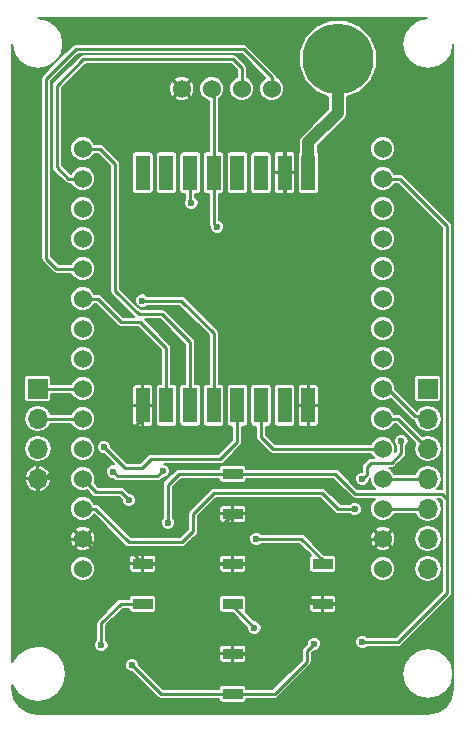
<source format=gbr>
G04 #@! TF.FileFunction,Copper,L1,Top,Signal*
%FSLAX46Y46*%
G04 Gerber Fmt 4.6, Leading zero omitted, Abs format (unit mm)*
G04 Created by KiCad (PCBNEW 4.0.4-stable) date 07/08/18 17:05:10*
%MOMM*%
%LPD*%
G01*
G04 APERTURE LIST*
%ADD10C,0.100000*%
%ADD11C,1.524000*%
%ADD12R,1.700000X1.700000*%
%ADD13O,1.700000X1.700000*%
%ADD14C,5.999480*%
%ADD15R,1.700000X0.900000*%
%ADD16R,1.200000X3.000000*%
%ADD17C,0.600000*%
%ADD18C,0.250000*%
%ADD19C,1.000000*%
%ADD20C,0.200000*%
G04 APERTURE END LIST*
D10*
D11*
X126492000Y-80010000D03*
X129032000Y-80010000D03*
X131572000Y-80010000D03*
X134112000Y-80010000D03*
D12*
X147320000Y-105410000D03*
D13*
X147320000Y-107950000D03*
X147320000Y-110490000D03*
X147320000Y-113030000D03*
X147320000Y-115570000D03*
X147320000Y-118110000D03*
X147320000Y-120650000D03*
D14*
X139700000Y-77470000D03*
D12*
X114300000Y-105410000D03*
D13*
X114300000Y-107950000D03*
X114300000Y-110490000D03*
X114300000Y-113030000D03*
D15*
X130810000Y-116000000D03*
X130810000Y-112600000D03*
X130810000Y-120220000D03*
X130810000Y-123620000D03*
X130810000Y-127840000D03*
X130810000Y-131240000D03*
X138430000Y-123620000D03*
X138430000Y-120220000D03*
X123190000Y-120220000D03*
X123190000Y-123620000D03*
D11*
X143510000Y-85090000D03*
X143510000Y-87630000D03*
X143510000Y-90170000D03*
X143510000Y-92710000D03*
X143510000Y-95250000D03*
X143510000Y-97790000D03*
X143510000Y-100330000D03*
X143510000Y-102870000D03*
X143510000Y-105410000D03*
X143510000Y-107950000D03*
X143510000Y-110490000D03*
X143510000Y-113030000D03*
X143510000Y-115570000D03*
X143510000Y-118110000D03*
X143510000Y-120650000D03*
X118110000Y-85090000D03*
X118110000Y-87630000D03*
X118110000Y-90170000D03*
X118110000Y-92710000D03*
X118110000Y-95250000D03*
X118110000Y-97790000D03*
X118110000Y-100330000D03*
X118110000Y-102870000D03*
X118110000Y-105410000D03*
X118110000Y-107950000D03*
X118110000Y-110490000D03*
X118110000Y-113030000D03*
X118110000Y-115570000D03*
X118110000Y-118110000D03*
X118110000Y-120650000D03*
D16*
X123190000Y-106810000D03*
X125190000Y-106810000D03*
X127190000Y-106810000D03*
X129190000Y-106810000D03*
X131190000Y-106810000D03*
X133190000Y-106810000D03*
X135190000Y-106810000D03*
X137190000Y-106810000D03*
X137190000Y-87110000D03*
X135190000Y-87110000D03*
X133190000Y-87110000D03*
X131190000Y-87110000D03*
X129190000Y-87110000D03*
X127190000Y-87110000D03*
X125190000Y-87110000D03*
X123190000Y-87110000D03*
D17*
X135382000Y-109778800D03*
X129895600Y-109829600D03*
X130048000Y-83413600D03*
X129540000Y-95980000D03*
X129489200Y-91694000D03*
X145084800Y-109829600D03*
X141782800Y-113030000D03*
X141122400Y-115620800D03*
X120650000Y-112420400D03*
X124866400Y-112369600D03*
X122021600Y-114858800D03*
X141782800Y-126847600D03*
X125323600Y-116738400D03*
X122275600Y-128828800D03*
X137700000Y-127000000D03*
X132791200Y-118110000D03*
X119684800Y-127101600D03*
X132638800Y-125628400D03*
X127304800Y-89662000D03*
X123139200Y-97942400D03*
X119888000Y-110337600D03*
D18*
X121894600Y-109194600D02*
X123774200Y-109194600D01*
X137190000Y-108834400D02*
X137190000Y-106810000D01*
X136855200Y-109169200D02*
X137190000Y-108834400D01*
X135991600Y-109169200D02*
X136855200Y-109169200D01*
X135382000Y-109778800D02*
X135991600Y-109169200D01*
X124409200Y-109829600D02*
X129895600Y-109829600D01*
X123774200Y-109194600D02*
X124409200Y-109829600D01*
X135190000Y-87110000D02*
X135190000Y-84898000D01*
X133705600Y-83413600D02*
X130048000Y-83413600D01*
X135190000Y-84898000D02*
X133705600Y-83413600D01*
X130810000Y-127840000D02*
X134745200Y-127840000D01*
X135788400Y-124460000D02*
X137210800Y-123037600D01*
X135788400Y-126796800D02*
X135788400Y-124460000D01*
X134745200Y-127840000D02*
X135788400Y-126796800D01*
X138430000Y-123620000D02*
X140794000Y-123620000D01*
X142544800Y-118110000D02*
X143510000Y-118110000D01*
X141782800Y-118872000D02*
X142544800Y-118110000D01*
X141782800Y-122631200D02*
X141782800Y-118872000D01*
X140794000Y-123620000D02*
X141782800Y-122631200D01*
X130810000Y-120220000D02*
X134393200Y-120220000D01*
X134393200Y-120220000D02*
X137210800Y-123037600D01*
X137210800Y-123037600D02*
X137793200Y-123620000D01*
X137793200Y-123620000D02*
X138430000Y-123620000D01*
X126668000Y-120220000D02*
X130810000Y-120220000D01*
X123190000Y-120220000D02*
X126668000Y-120220000D01*
X129184400Y-117625600D02*
X130810000Y-116000000D01*
X129184400Y-117703600D02*
X129184400Y-117625600D01*
X126668000Y-120220000D02*
X129184400Y-117703600D01*
X135190000Y-87110000D02*
X135190000Y-99172800D01*
X135190000Y-99172800D02*
X134975600Y-98958400D01*
X114300000Y-113030000D02*
X114858800Y-113030000D01*
X114858800Y-113030000D02*
X116687600Y-111201200D01*
X121869200Y-109220000D02*
X121894600Y-109194600D01*
X121894600Y-109194600D02*
X123190000Y-107899200D01*
X117297200Y-109220000D02*
X121869200Y-109220000D01*
X116687600Y-109829600D02*
X117297200Y-109220000D01*
X116687600Y-111201200D02*
X116687600Y-109829600D01*
X123190000Y-107899200D02*
X123190000Y-106810000D01*
X137190000Y-101172800D02*
X137190000Y-106810000D01*
X134975600Y-98958400D02*
X137190000Y-101172800D01*
X132518400Y-98958400D02*
X134975600Y-98958400D01*
X129540000Y-95980000D02*
X132518400Y-98958400D01*
X118110000Y-118110000D02*
X118567200Y-118110000D01*
X118567200Y-118110000D02*
X119888000Y-119430800D01*
X122400800Y-119430800D02*
X123190000Y-120220000D01*
X119888000Y-119430800D02*
X122400800Y-119430800D01*
X114300000Y-113030000D02*
X114300000Y-117246400D01*
X115163600Y-118110000D02*
X118110000Y-118110000D01*
X114300000Y-117246400D02*
X115163600Y-118110000D01*
X129190000Y-87110000D02*
X129190000Y-91394800D01*
X129190000Y-91394800D02*
X129489200Y-91694000D01*
X129190000Y-87110000D02*
X129190000Y-80168000D01*
X129190000Y-80168000D02*
X129032000Y-80010000D01*
X118110000Y-87630000D02*
X116890800Y-87630000D01*
X131572000Y-78232000D02*
X131572000Y-80010000D01*
X130860800Y-77520800D02*
X131572000Y-78232000D01*
X118160800Y-77520800D02*
X130860800Y-77520800D01*
X115925600Y-79756000D02*
X118160800Y-77520800D01*
X115925600Y-86664800D02*
X115925600Y-79756000D01*
X116890800Y-87630000D02*
X115925600Y-86664800D01*
X134112000Y-80010000D02*
X134112000Y-79044800D01*
X115874800Y-95250000D02*
X118110000Y-95250000D01*
X115011200Y-94386400D02*
X115874800Y-95250000D01*
X115011200Y-79146400D02*
X115011200Y-94386400D01*
X117500400Y-76657200D02*
X115011200Y-79146400D01*
X131724400Y-76657200D02*
X117500400Y-76657200D01*
X134112000Y-79044800D02*
X131724400Y-76657200D01*
X118110000Y-115570000D02*
X119176800Y-115570000D01*
X145084800Y-110845600D02*
X145084800Y-109829600D01*
X144272000Y-111658400D02*
X145084800Y-110845600D01*
X142544800Y-111658400D02*
X144272000Y-111658400D01*
X142138400Y-112064800D02*
X142544800Y-111658400D01*
X142138400Y-112674400D02*
X142138400Y-112064800D01*
X141782800Y-113030000D02*
X142138400Y-112674400D01*
X139750800Y-115620800D02*
X141122400Y-115620800D01*
X138328400Y-114198400D02*
X139750800Y-115620800D01*
X129235200Y-114198400D02*
X138328400Y-114198400D01*
X127457200Y-115976400D02*
X129235200Y-114198400D01*
X127457200Y-117449600D02*
X127457200Y-115976400D01*
X126492000Y-118414800D02*
X127457200Y-117449600D01*
X122021600Y-118414800D02*
X126492000Y-118414800D01*
X119176800Y-115570000D02*
X122021600Y-118414800D01*
X143510000Y-105410000D02*
X143916400Y-105410000D01*
X143916400Y-105410000D02*
X146202400Y-107696000D01*
X146202400Y-107696000D02*
X147066000Y-107696000D01*
X147066000Y-107696000D02*
X147320000Y-107950000D01*
X143510000Y-107950000D02*
X144780000Y-107950000D01*
X144780000Y-107950000D02*
X147320000Y-110490000D01*
X143510000Y-113030000D02*
X147320000Y-113030000D01*
X143510000Y-115570000D02*
X147320000Y-115570000D01*
X120650000Y-112420400D02*
X121056400Y-112826800D01*
X121056400Y-112826800D02*
X124409200Y-112826800D01*
X124409200Y-112826800D02*
X124866400Y-112369600D01*
X119227600Y-114147600D02*
X118110000Y-113030000D01*
X121310400Y-114147600D02*
X119227600Y-114147600D01*
X122021600Y-114858800D02*
X121310400Y-114147600D01*
D19*
X137190000Y-87110000D02*
X137190000Y-84552000D01*
X139700000Y-82042000D02*
X139700000Y-77470000D01*
X137190000Y-84552000D02*
X139700000Y-82042000D01*
D18*
X118110000Y-105410000D02*
X114300000Y-105410000D01*
X118110000Y-107950000D02*
X114300000Y-107950000D01*
X148945600Y-114858800D02*
X148945600Y-91643200D01*
X144932400Y-87630000D02*
X143510000Y-87630000D01*
X148945600Y-91643200D02*
X144932400Y-87630000D01*
X130810000Y-112600000D02*
X139473200Y-112600000D01*
X144780000Y-126847600D02*
X141782800Y-126847600D01*
X148945600Y-122682000D02*
X144780000Y-126847600D01*
X148945600Y-114757200D02*
X148945600Y-114858800D01*
X148945600Y-114858800D02*
X148945600Y-122682000D01*
X148488400Y-114300000D02*
X148945600Y-114757200D01*
X141173200Y-114300000D02*
X148488400Y-114300000D01*
X139473200Y-112600000D02*
X141173200Y-114300000D01*
X130810000Y-112600000D02*
X126261600Y-112600000D01*
X125323600Y-113538000D02*
X125323600Y-116738400D01*
X126261600Y-112600000D02*
X125323600Y-113538000D01*
X124686800Y-131240000D02*
X130810000Y-131240000D01*
X122275600Y-128828800D02*
X124686800Y-131240000D01*
X130810000Y-131240000D02*
X134342400Y-131240000D01*
X137058400Y-128524000D02*
X134342400Y-131240000D01*
X137058400Y-127641600D02*
X137058400Y-128524000D01*
X137058400Y-127641600D02*
X137700000Y-127000000D01*
X138430000Y-120220000D02*
X138430000Y-119938800D01*
X138430000Y-119938800D02*
X136601200Y-118110000D01*
X136601200Y-118110000D02*
X132791200Y-118110000D01*
X123190000Y-123620000D02*
X121337600Y-123620000D01*
X119684800Y-125272800D02*
X119684800Y-127101600D01*
X121337600Y-123620000D02*
X119684800Y-125272800D01*
X130810000Y-123620000D02*
X130810000Y-123799600D01*
X130810000Y-123799600D02*
X132638800Y-125628400D01*
X127190000Y-87110000D02*
X127190000Y-89547200D01*
X127190000Y-89547200D02*
X127304800Y-89662000D01*
X133190000Y-106810000D02*
X133190000Y-109466400D01*
X134213600Y-110490000D02*
X143510000Y-110490000D01*
X133190000Y-109466400D02*
X134213600Y-110490000D01*
X127190000Y-106810000D02*
X127190000Y-101485200D01*
X119532400Y-85090000D02*
X118110000Y-85090000D01*
X120853200Y-86410800D02*
X119532400Y-85090000D01*
X120853200Y-97129600D02*
X120853200Y-86410800D01*
X122834400Y-99110800D02*
X120853200Y-97129600D01*
X124815600Y-99110800D02*
X122834400Y-99110800D01*
X127190000Y-101485200D02*
X124815600Y-99110800D01*
X125190000Y-106810000D02*
X125190000Y-101974400D01*
X119380000Y-97790000D02*
X118110000Y-97790000D01*
X121310400Y-99720400D02*
X119380000Y-97790000D01*
X122936000Y-99720400D02*
X121310400Y-99720400D01*
X125190000Y-101974400D02*
X122936000Y-99720400D01*
X129190000Y-106810000D02*
X129190000Y-100691200D01*
X126441200Y-97942400D02*
X123139200Y-97942400D01*
X129190000Y-100691200D02*
X126441200Y-97942400D01*
X131190000Y-106810000D02*
X131190000Y-109906800D01*
X121666000Y-112115600D02*
X119888000Y-110337600D01*
X123139200Y-112115600D02*
X121666000Y-112115600D01*
X123901200Y-111353600D02*
X123139200Y-112115600D01*
X129743200Y-111353600D02*
X123901200Y-111353600D01*
X131190000Y-109906800D02*
X129743200Y-111353600D01*
D20*
G36*
X147286324Y-74035648D02*
X146489175Y-74194210D01*
X145784835Y-74664835D01*
X145314210Y-75369175D01*
X145148949Y-76200000D01*
X145314210Y-77030825D01*
X145784835Y-77735165D01*
X146489175Y-78205790D01*
X147320000Y-78371051D01*
X148150825Y-78205790D01*
X148855165Y-77735165D01*
X149325790Y-77030825D01*
X149484352Y-76233676D01*
X149485000Y-76236932D01*
X149485000Y-129509580D01*
X149325790Y-128709175D01*
X148855165Y-128004835D01*
X148150825Y-127534210D01*
X147320000Y-127368949D01*
X146489175Y-127534210D01*
X145784835Y-128004835D01*
X145314210Y-128709175D01*
X145148949Y-129540000D01*
X145314210Y-130370825D01*
X145784835Y-131075165D01*
X146489175Y-131545790D01*
X147320000Y-131711051D01*
X148150825Y-131545790D01*
X148855165Y-131075165D01*
X149325790Y-130370825D01*
X149485000Y-129570420D01*
X149485000Y-130773068D01*
X149313412Y-131635697D01*
X148845691Y-132335691D01*
X148145697Y-132803412D01*
X147283068Y-132975000D01*
X114336932Y-132975000D01*
X113474303Y-132803412D01*
X112774309Y-132335691D01*
X112306588Y-131635697D01*
X112135000Y-130773068D01*
X112135000Y-130506798D01*
X112614932Y-131225068D01*
X113388048Y-131741647D01*
X114300000Y-131923046D01*
X115211952Y-131741647D01*
X115985068Y-131225068D01*
X116501647Y-130451952D01*
X116683046Y-129540000D01*
X116565215Y-128947624D01*
X121675496Y-128947624D01*
X121766648Y-129168229D01*
X121935283Y-129337159D01*
X122155729Y-129428696D01*
X122274559Y-129428800D01*
X124386280Y-131540521D01*
X124524159Y-131632649D01*
X124686800Y-131665000D01*
X129654123Y-131665000D01*
X129654123Y-131690000D01*
X129675042Y-131801173D01*
X129740745Y-131903279D01*
X129840997Y-131971778D01*
X129960000Y-131995877D01*
X131660000Y-131995877D01*
X131771173Y-131974958D01*
X131873279Y-131909255D01*
X131941778Y-131809003D01*
X131965877Y-131690000D01*
X131965877Y-131665000D01*
X134342400Y-131665000D01*
X134478057Y-131638016D01*
X134505041Y-131632649D01*
X134642920Y-131540520D01*
X137358920Y-128824520D01*
X137451049Y-128686641D01*
X137456416Y-128659657D01*
X137483400Y-128524000D01*
X137483400Y-127817640D01*
X137701039Y-127600001D01*
X137818824Y-127600104D01*
X138039429Y-127508952D01*
X138208359Y-127340317D01*
X138299896Y-127119871D01*
X138300104Y-126881176D01*
X138208952Y-126660571D01*
X138040317Y-126491641D01*
X137819871Y-126400104D01*
X137581176Y-126399896D01*
X137360571Y-126491048D01*
X137191641Y-126659683D01*
X137100104Y-126880129D01*
X137100000Y-126998959D01*
X136757880Y-127341080D01*
X136665751Y-127478959D01*
X136665751Y-127478960D01*
X136633400Y-127641600D01*
X136633400Y-128347960D01*
X134166360Y-130815000D01*
X131965877Y-130815000D01*
X131965877Y-130790000D01*
X131944958Y-130678827D01*
X131879255Y-130576721D01*
X131779003Y-130508222D01*
X131660000Y-130484123D01*
X129960000Y-130484123D01*
X129848827Y-130505042D01*
X129746721Y-130570745D01*
X129678222Y-130670997D01*
X129654123Y-130790000D01*
X129654123Y-130815000D01*
X124862841Y-130815000D01*
X122875601Y-128827761D01*
X122875704Y-128709976D01*
X122784552Y-128489371D01*
X122615917Y-128320441D01*
X122395471Y-128228904D01*
X122156776Y-128228696D01*
X121936171Y-128319848D01*
X121767241Y-128488483D01*
X121675704Y-128708929D01*
X121675496Y-128947624D01*
X116565215Y-128947624D01*
X116501647Y-128628048D01*
X116058614Y-127965000D01*
X129660000Y-127965000D01*
X129660000Y-128349674D01*
X129705672Y-128459937D01*
X129790064Y-128544328D01*
X129900327Y-128590000D01*
X130685000Y-128590000D01*
X130760000Y-128515000D01*
X130760000Y-127890000D01*
X130860000Y-127890000D01*
X130860000Y-128515000D01*
X130935000Y-128590000D01*
X131719673Y-128590000D01*
X131829936Y-128544328D01*
X131914328Y-128459937D01*
X131960000Y-128349674D01*
X131960000Y-127965000D01*
X131885000Y-127890000D01*
X130860000Y-127890000D01*
X130760000Y-127890000D01*
X129735000Y-127890000D01*
X129660000Y-127965000D01*
X116058614Y-127965000D01*
X115985068Y-127854932D01*
X115211952Y-127338353D01*
X114619085Y-127220424D01*
X119084696Y-127220424D01*
X119175848Y-127441029D01*
X119344483Y-127609959D01*
X119564929Y-127701496D01*
X119803624Y-127701704D01*
X120024229Y-127610552D01*
X120193159Y-127441917D01*
X120239495Y-127330326D01*
X129660000Y-127330326D01*
X129660000Y-127715000D01*
X129735000Y-127790000D01*
X130760000Y-127790000D01*
X130760000Y-127165000D01*
X130860000Y-127165000D01*
X130860000Y-127790000D01*
X131885000Y-127790000D01*
X131960000Y-127715000D01*
X131960000Y-127330326D01*
X131914328Y-127220063D01*
X131829936Y-127135672D01*
X131719673Y-127090000D01*
X130935000Y-127090000D01*
X130860000Y-127165000D01*
X130760000Y-127165000D01*
X130685000Y-127090000D01*
X129900327Y-127090000D01*
X129790064Y-127135672D01*
X129705672Y-127220063D01*
X129660000Y-127330326D01*
X120239495Y-127330326D01*
X120284696Y-127221471D01*
X120284904Y-126982776D01*
X120193752Y-126762171D01*
X120109800Y-126678072D01*
X120109800Y-125448840D01*
X121513641Y-124045000D01*
X122034123Y-124045000D01*
X122034123Y-124070000D01*
X122055042Y-124181173D01*
X122120745Y-124283279D01*
X122220997Y-124351778D01*
X122340000Y-124375877D01*
X124040000Y-124375877D01*
X124151173Y-124354958D01*
X124253279Y-124289255D01*
X124321778Y-124189003D01*
X124345877Y-124070000D01*
X124345877Y-123170000D01*
X129654123Y-123170000D01*
X129654123Y-124070000D01*
X129675042Y-124181173D01*
X129740745Y-124283279D01*
X129840997Y-124351778D01*
X129960000Y-124375877D01*
X130785237Y-124375877D01*
X132038799Y-125629439D01*
X132038696Y-125747224D01*
X132129848Y-125967829D01*
X132298483Y-126136759D01*
X132518929Y-126228296D01*
X132757624Y-126228504D01*
X132978229Y-126137352D01*
X133147159Y-125968717D01*
X133238696Y-125748271D01*
X133238904Y-125509576D01*
X133147752Y-125288971D01*
X132979117Y-125120041D01*
X132758671Y-125028504D01*
X132639841Y-125028400D01*
X131884408Y-124272967D01*
X131941778Y-124189003D01*
X131965877Y-124070000D01*
X131965877Y-123745000D01*
X137280000Y-123745000D01*
X137280000Y-124129674D01*
X137325672Y-124239937D01*
X137410064Y-124324328D01*
X137520327Y-124370000D01*
X138305000Y-124370000D01*
X138380000Y-124295000D01*
X138380000Y-123670000D01*
X138480000Y-123670000D01*
X138480000Y-124295000D01*
X138555000Y-124370000D01*
X139339673Y-124370000D01*
X139449936Y-124324328D01*
X139534328Y-124239937D01*
X139580000Y-124129674D01*
X139580000Y-123745000D01*
X139505000Y-123670000D01*
X138480000Y-123670000D01*
X138380000Y-123670000D01*
X137355000Y-123670000D01*
X137280000Y-123745000D01*
X131965877Y-123745000D01*
X131965877Y-123170000D01*
X131954649Y-123110326D01*
X137280000Y-123110326D01*
X137280000Y-123495000D01*
X137355000Y-123570000D01*
X138380000Y-123570000D01*
X138380000Y-122945000D01*
X138480000Y-122945000D01*
X138480000Y-123570000D01*
X139505000Y-123570000D01*
X139580000Y-123495000D01*
X139580000Y-123110326D01*
X139534328Y-123000063D01*
X139449936Y-122915672D01*
X139339673Y-122870000D01*
X138555000Y-122870000D01*
X138480000Y-122945000D01*
X138380000Y-122945000D01*
X138305000Y-122870000D01*
X137520327Y-122870000D01*
X137410064Y-122915672D01*
X137325672Y-123000063D01*
X137280000Y-123110326D01*
X131954649Y-123110326D01*
X131944958Y-123058827D01*
X131879255Y-122956721D01*
X131779003Y-122888222D01*
X131660000Y-122864123D01*
X129960000Y-122864123D01*
X129848827Y-122885042D01*
X129746721Y-122950745D01*
X129678222Y-123050997D01*
X129654123Y-123170000D01*
X124345877Y-123170000D01*
X124324958Y-123058827D01*
X124259255Y-122956721D01*
X124159003Y-122888222D01*
X124040000Y-122864123D01*
X122340000Y-122864123D01*
X122228827Y-122885042D01*
X122126721Y-122950745D01*
X122058222Y-123050997D01*
X122034123Y-123170000D01*
X122034123Y-123195000D01*
X121337600Y-123195000D01*
X121174960Y-123227351D01*
X121174958Y-123227352D01*
X121174959Y-123227352D01*
X121037079Y-123319480D01*
X119384280Y-124972280D01*
X119292151Y-125110159D01*
X119286784Y-125137143D01*
X119259800Y-125272800D01*
X119259800Y-126678070D01*
X119176441Y-126761283D01*
X119084904Y-126981729D01*
X119084696Y-127220424D01*
X114619085Y-127220424D01*
X114300000Y-127156954D01*
X113388048Y-127338353D01*
X112614932Y-127854932D01*
X112135000Y-128573202D01*
X112135000Y-120860318D01*
X117047816Y-120860318D01*
X117209155Y-121250789D01*
X117507640Y-121549795D01*
X117897828Y-121711815D01*
X118320318Y-121712184D01*
X118710789Y-121550845D01*
X119009795Y-121252360D01*
X119171815Y-120862172D01*
X119172184Y-120439682D01*
X119133063Y-120345000D01*
X122040000Y-120345000D01*
X122040000Y-120729674D01*
X122085672Y-120839937D01*
X122170064Y-120924328D01*
X122280327Y-120970000D01*
X123065000Y-120970000D01*
X123140000Y-120895000D01*
X123140000Y-120270000D01*
X123240000Y-120270000D01*
X123240000Y-120895000D01*
X123315000Y-120970000D01*
X124099673Y-120970000D01*
X124209936Y-120924328D01*
X124294328Y-120839937D01*
X124340000Y-120729674D01*
X124340000Y-120345000D01*
X129660000Y-120345000D01*
X129660000Y-120729674D01*
X129705672Y-120839937D01*
X129790064Y-120924328D01*
X129900327Y-120970000D01*
X130685000Y-120970000D01*
X130760000Y-120895000D01*
X130760000Y-120270000D01*
X130860000Y-120270000D01*
X130860000Y-120895000D01*
X130935000Y-120970000D01*
X131719673Y-120970000D01*
X131829936Y-120924328D01*
X131914328Y-120839937D01*
X131960000Y-120729674D01*
X131960000Y-120345000D01*
X131885000Y-120270000D01*
X130860000Y-120270000D01*
X130760000Y-120270000D01*
X129735000Y-120270000D01*
X129660000Y-120345000D01*
X124340000Y-120345000D01*
X124265000Y-120270000D01*
X123240000Y-120270000D01*
X123140000Y-120270000D01*
X122115000Y-120270000D01*
X122040000Y-120345000D01*
X119133063Y-120345000D01*
X119010845Y-120049211D01*
X118712360Y-119750205D01*
X118616321Y-119710326D01*
X122040000Y-119710326D01*
X122040000Y-120095000D01*
X122115000Y-120170000D01*
X123140000Y-120170000D01*
X123140000Y-119545000D01*
X123240000Y-119545000D01*
X123240000Y-120170000D01*
X124265000Y-120170000D01*
X124340000Y-120095000D01*
X124340000Y-119710326D01*
X129660000Y-119710326D01*
X129660000Y-120095000D01*
X129735000Y-120170000D01*
X130760000Y-120170000D01*
X130760000Y-119545000D01*
X130860000Y-119545000D01*
X130860000Y-120170000D01*
X131885000Y-120170000D01*
X131960000Y-120095000D01*
X131960000Y-119710326D01*
X131914328Y-119600063D01*
X131829936Y-119515672D01*
X131719673Y-119470000D01*
X130935000Y-119470000D01*
X130860000Y-119545000D01*
X130760000Y-119545000D01*
X130685000Y-119470000D01*
X129900327Y-119470000D01*
X129790064Y-119515672D01*
X129705672Y-119600063D01*
X129660000Y-119710326D01*
X124340000Y-119710326D01*
X124294328Y-119600063D01*
X124209936Y-119515672D01*
X124099673Y-119470000D01*
X123315000Y-119470000D01*
X123240000Y-119545000D01*
X123140000Y-119545000D01*
X123065000Y-119470000D01*
X122280327Y-119470000D01*
X122170064Y-119515672D01*
X122085672Y-119600063D01*
X122040000Y-119710326D01*
X118616321Y-119710326D01*
X118322172Y-119588185D01*
X117899682Y-119587816D01*
X117509211Y-119749155D01*
X117210205Y-120047640D01*
X117048185Y-120437828D01*
X117047816Y-120860318D01*
X112135000Y-120860318D01*
X112135000Y-118857104D01*
X117433606Y-118857104D01*
X117514673Y-119014463D01*
X117906112Y-119173437D01*
X118328591Y-119170512D01*
X118705327Y-119014463D01*
X118786394Y-118857104D01*
X118110000Y-118180711D01*
X117433606Y-118857104D01*
X112135000Y-118857104D01*
X112135000Y-117906112D01*
X117046563Y-117906112D01*
X117049488Y-118328591D01*
X117205537Y-118705327D01*
X117362896Y-118786394D01*
X118039289Y-118110000D01*
X118180711Y-118110000D01*
X118857104Y-118786394D01*
X119014463Y-118705327D01*
X119173437Y-118313888D01*
X119170512Y-117891409D01*
X119014463Y-117514673D01*
X118857104Y-117433606D01*
X118180711Y-118110000D01*
X118039289Y-118110000D01*
X117362896Y-117433606D01*
X117205537Y-117514673D01*
X117046563Y-117906112D01*
X112135000Y-117906112D01*
X112135000Y-117362896D01*
X117433606Y-117362896D01*
X118110000Y-118039289D01*
X118786394Y-117362896D01*
X118705327Y-117205537D01*
X118313888Y-117046563D01*
X117891409Y-117049488D01*
X117514673Y-117205537D01*
X117433606Y-117362896D01*
X112135000Y-117362896D01*
X112135000Y-115780318D01*
X117047816Y-115780318D01*
X117209155Y-116170789D01*
X117507640Y-116469795D01*
X117897828Y-116631815D01*
X118320318Y-116632184D01*
X118710789Y-116470845D01*
X119009795Y-116172360D01*
X119059182Y-116053422D01*
X121721080Y-118715321D01*
X121858959Y-118807449D01*
X122021600Y-118839800D01*
X126492000Y-118839800D01*
X126627657Y-118812816D01*
X126654641Y-118807449D01*
X126792520Y-118715320D01*
X127279016Y-118228824D01*
X132191096Y-118228824D01*
X132282248Y-118449429D01*
X132450883Y-118618359D01*
X132671329Y-118709896D01*
X132910024Y-118710104D01*
X133130629Y-118618952D01*
X133214728Y-118535000D01*
X136425160Y-118535000D01*
X137411859Y-119521700D01*
X137366721Y-119550745D01*
X137298222Y-119650997D01*
X137274123Y-119770000D01*
X137274123Y-120670000D01*
X137295042Y-120781173D01*
X137360745Y-120883279D01*
X137460997Y-120951778D01*
X137580000Y-120975877D01*
X139280000Y-120975877D01*
X139391173Y-120954958D01*
X139493279Y-120889255D01*
X139513050Y-120860318D01*
X142447816Y-120860318D01*
X142609155Y-121250789D01*
X142907640Y-121549795D01*
X143297828Y-121711815D01*
X143720318Y-121712184D01*
X144110789Y-121550845D01*
X144409795Y-121252360D01*
X144571815Y-120862172D01*
X144572000Y-120650000D01*
X146147470Y-120650000D01*
X146235009Y-121090086D01*
X146484297Y-121463173D01*
X146857384Y-121712461D01*
X147297470Y-121800000D01*
X147342530Y-121800000D01*
X147782616Y-121712461D01*
X148155703Y-121463173D01*
X148404991Y-121090086D01*
X148492530Y-120650000D01*
X148404991Y-120209914D01*
X148155703Y-119836827D01*
X147782616Y-119587539D01*
X147342530Y-119500000D01*
X147297470Y-119500000D01*
X146857384Y-119587539D01*
X146484297Y-119836827D01*
X146235009Y-120209914D01*
X146147470Y-120650000D01*
X144572000Y-120650000D01*
X144572184Y-120439682D01*
X144410845Y-120049211D01*
X144112360Y-119750205D01*
X143722172Y-119588185D01*
X143299682Y-119587816D01*
X142909211Y-119749155D01*
X142610205Y-120047640D01*
X142448185Y-120437828D01*
X142447816Y-120860318D01*
X139513050Y-120860318D01*
X139561778Y-120789003D01*
X139585877Y-120670000D01*
X139585877Y-119770000D01*
X139564958Y-119658827D01*
X139499255Y-119556721D01*
X139399003Y-119488222D01*
X139280000Y-119464123D01*
X138556364Y-119464123D01*
X137949345Y-118857104D01*
X142833606Y-118857104D01*
X142914673Y-119014463D01*
X143306112Y-119173437D01*
X143728591Y-119170512D01*
X144105327Y-119014463D01*
X144186394Y-118857104D01*
X143510000Y-118180711D01*
X142833606Y-118857104D01*
X137949345Y-118857104D01*
X136998353Y-117906112D01*
X142446563Y-117906112D01*
X142449488Y-118328591D01*
X142605537Y-118705327D01*
X142762896Y-118786394D01*
X143439289Y-118110000D01*
X143580711Y-118110000D01*
X144257104Y-118786394D01*
X144414463Y-118705327D01*
X144573437Y-118313888D01*
X144572026Y-118110000D01*
X146147470Y-118110000D01*
X146235009Y-118550086D01*
X146484297Y-118923173D01*
X146857384Y-119172461D01*
X147297470Y-119260000D01*
X147342530Y-119260000D01*
X147782616Y-119172461D01*
X148155703Y-118923173D01*
X148404991Y-118550086D01*
X148492530Y-118110000D01*
X148404991Y-117669914D01*
X148155703Y-117296827D01*
X147782616Y-117047539D01*
X147342530Y-116960000D01*
X147297470Y-116960000D01*
X146857384Y-117047539D01*
X146484297Y-117296827D01*
X146235009Y-117669914D01*
X146147470Y-118110000D01*
X144572026Y-118110000D01*
X144570512Y-117891409D01*
X144414463Y-117514673D01*
X144257104Y-117433606D01*
X143580711Y-118110000D01*
X143439289Y-118110000D01*
X142762896Y-117433606D01*
X142605537Y-117514673D01*
X142446563Y-117906112D01*
X136998353Y-117906112D01*
X136901720Y-117809480D01*
X136763841Y-117717351D01*
X136736857Y-117711984D01*
X136601200Y-117685000D01*
X133214730Y-117685000D01*
X133131517Y-117601641D01*
X132911071Y-117510104D01*
X132672376Y-117509896D01*
X132451771Y-117601048D01*
X132282841Y-117769683D01*
X132191304Y-117990129D01*
X132191096Y-118228824D01*
X127279016Y-118228824D01*
X127757720Y-117750120D01*
X127849849Y-117612241D01*
X127882200Y-117449600D01*
X127882200Y-117362896D01*
X142833606Y-117362896D01*
X143510000Y-118039289D01*
X144186394Y-117362896D01*
X144105327Y-117205537D01*
X143713888Y-117046563D01*
X143291409Y-117049488D01*
X142914673Y-117205537D01*
X142833606Y-117362896D01*
X127882200Y-117362896D01*
X127882200Y-116152440D01*
X127909640Y-116125000D01*
X129660000Y-116125000D01*
X129660000Y-116509674D01*
X129705672Y-116619937D01*
X129790064Y-116704328D01*
X129900327Y-116750000D01*
X130685000Y-116750000D01*
X130760000Y-116675000D01*
X130760000Y-116050000D01*
X130860000Y-116050000D01*
X130860000Y-116675000D01*
X130935000Y-116750000D01*
X131719673Y-116750000D01*
X131829936Y-116704328D01*
X131914328Y-116619937D01*
X131960000Y-116509674D01*
X131960000Y-116125000D01*
X131885000Y-116050000D01*
X130860000Y-116050000D01*
X130760000Y-116050000D01*
X129735000Y-116050000D01*
X129660000Y-116125000D01*
X127909640Y-116125000D01*
X128544314Y-115490326D01*
X129660000Y-115490326D01*
X129660000Y-115875000D01*
X129735000Y-115950000D01*
X130760000Y-115950000D01*
X130760000Y-115325000D01*
X130860000Y-115325000D01*
X130860000Y-115950000D01*
X131885000Y-115950000D01*
X131960000Y-115875000D01*
X131960000Y-115490326D01*
X131914328Y-115380063D01*
X131829936Y-115295672D01*
X131719673Y-115250000D01*
X130935000Y-115250000D01*
X130860000Y-115325000D01*
X130760000Y-115325000D01*
X130685000Y-115250000D01*
X129900327Y-115250000D01*
X129790064Y-115295672D01*
X129705672Y-115380063D01*
X129660000Y-115490326D01*
X128544314Y-115490326D01*
X129411241Y-114623400D01*
X138152360Y-114623400D01*
X139450279Y-115921320D01*
X139542408Y-115982878D01*
X139588160Y-116013449D01*
X139750800Y-116045800D01*
X140698870Y-116045800D01*
X140782083Y-116129159D01*
X141002529Y-116220696D01*
X141241224Y-116220904D01*
X141461829Y-116129752D01*
X141630759Y-115961117D01*
X141722296Y-115740671D01*
X141722504Y-115501976D01*
X141631352Y-115281371D01*
X141462717Y-115112441D01*
X141242271Y-115020904D01*
X141003576Y-115020696D01*
X140782971Y-115111848D01*
X140698872Y-115195800D01*
X139926841Y-115195800D01*
X138628920Y-113897880D01*
X138491041Y-113805751D01*
X138464057Y-113800384D01*
X138328400Y-113773400D01*
X129235200Y-113773400D01*
X129072559Y-113805751D01*
X128934680Y-113897879D01*
X127156680Y-115675880D01*
X127064551Y-115813759D01*
X127064551Y-115813760D01*
X127032200Y-115976400D01*
X127032200Y-117273560D01*
X126315960Y-117989800D01*
X122197641Y-117989800D01*
X121065065Y-116857224D01*
X124723496Y-116857224D01*
X124814648Y-117077829D01*
X124983283Y-117246759D01*
X125203729Y-117338296D01*
X125442424Y-117338504D01*
X125663029Y-117247352D01*
X125831959Y-117078717D01*
X125923496Y-116858271D01*
X125923704Y-116619576D01*
X125832552Y-116398971D01*
X125748600Y-116314872D01*
X125748600Y-113714040D01*
X126437641Y-113025000D01*
X129654123Y-113025000D01*
X129654123Y-113050000D01*
X129675042Y-113161173D01*
X129740745Y-113263279D01*
X129840997Y-113331778D01*
X129960000Y-113355877D01*
X131660000Y-113355877D01*
X131771173Y-113334958D01*
X131873279Y-113269255D01*
X131941778Y-113169003D01*
X131965877Y-113050000D01*
X131965877Y-113025000D01*
X139297160Y-113025000D01*
X140872680Y-114600520D01*
X141010559Y-114692649D01*
X141028206Y-114696159D01*
X141173200Y-114725000D01*
X142853269Y-114725000D01*
X142610205Y-114967640D01*
X142448185Y-115357828D01*
X142447816Y-115780318D01*
X142609155Y-116170789D01*
X142907640Y-116469795D01*
X143297828Y-116631815D01*
X143720318Y-116632184D01*
X144110789Y-116470845D01*
X144409795Y-116172360D01*
X144483441Y-115995000D01*
X146232008Y-115995000D01*
X146235009Y-116010086D01*
X146484297Y-116383173D01*
X146857384Y-116632461D01*
X147297470Y-116720000D01*
X147342530Y-116720000D01*
X147782616Y-116632461D01*
X148155703Y-116383173D01*
X148404991Y-116010086D01*
X148492530Y-115570000D01*
X148404991Y-115129914D01*
X148155703Y-114756827D01*
X148108070Y-114725000D01*
X148312360Y-114725000D01*
X148520600Y-114933241D01*
X148520600Y-122505960D01*
X144603960Y-126422600D01*
X142206330Y-126422600D01*
X142123117Y-126339241D01*
X141902671Y-126247704D01*
X141663976Y-126247496D01*
X141443371Y-126338648D01*
X141274441Y-126507283D01*
X141182904Y-126727729D01*
X141182696Y-126966424D01*
X141273848Y-127187029D01*
X141442483Y-127355959D01*
X141662929Y-127447496D01*
X141901624Y-127447704D01*
X142122229Y-127356552D01*
X142206328Y-127272600D01*
X144780000Y-127272600D01*
X144915657Y-127245616D01*
X144942641Y-127240249D01*
X145080520Y-127148120D01*
X149246120Y-122982520D01*
X149338249Y-122844641D01*
X149343616Y-122817657D01*
X149370600Y-122682000D01*
X149370600Y-91643200D01*
X149338249Y-91480560D01*
X149338249Y-91480559D01*
X149246120Y-91342680D01*
X145232920Y-87329480D01*
X145095041Y-87237351D01*
X145068057Y-87231984D01*
X144932400Y-87205000D01*
X144483479Y-87205000D01*
X144410845Y-87029211D01*
X144112360Y-86730205D01*
X143722172Y-86568185D01*
X143299682Y-86567816D01*
X142909211Y-86729155D01*
X142610205Y-87027640D01*
X142448185Y-87417828D01*
X142447816Y-87840318D01*
X142609155Y-88230789D01*
X142907640Y-88529795D01*
X143297828Y-88691815D01*
X143720318Y-88692184D01*
X144110789Y-88530845D01*
X144409795Y-88232360D01*
X144483441Y-88055000D01*
X144756360Y-88055000D01*
X148520600Y-91819240D01*
X148520600Y-113881405D01*
X148488400Y-113875000D01*
X148108070Y-113875000D01*
X148155703Y-113843173D01*
X148404991Y-113470086D01*
X148492530Y-113030000D01*
X148404991Y-112589914D01*
X148155703Y-112216827D01*
X147782616Y-111967539D01*
X147342530Y-111880000D01*
X147297470Y-111880000D01*
X146857384Y-111967539D01*
X146484297Y-112216827D01*
X146235009Y-112589914D01*
X146232008Y-112605000D01*
X144483479Y-112605000D01*
X144410845Y-112429211D01*
X144112360Y-112130205D01*
X143999641Y-112083400D01*
X144272000Y-112083400D01*
X144407657Y-112056416D01*
X144434641Y-112051049D01*
X144572520Y-111958920D01*
X145385321Y-111146120D01*
X145477449Y-111008241D01*
X145509800Y-110845600D01*
X145509800Y-110253130D01*
X145593159Y-110169917D01*
X145684696Y-109949471D01*
X145684904Y-109710776D01*
X145593752Y-109490171D01*
X145425117Y-109321241D01*
X145204671Y-109229704D01*
X144965976Y-109229496D01*
X144745371Y-109320648D01*
X144576441Y-109489283D01*
X144484904Y-109709729D01*
X144484696Y-109948424D01*
X144575848Y-110169029D01*
X144659800Y-110253128D01*
X144659800Y-110669559D01*
X144532496Y-110796864D01*
X144571815Y-110702172D01*
X144572184Y-110279682D01*
X144410845Y-109889211D01*
X144112360Y-109590205D01*
X143722172Y-109428185D01*
X143299682Y-109427816D01*
X142909211Y-109589155D01*
X142610205Y-109887640D01*
X142536559Y-110065000D01*
X134389640Y-110065000D01*
X133615000Y-109290360D01*
X133615000Y-108615877D01*
X133790000Y-108615877D01*
X133901173Y-108594958D01*
X134003279Y-108529255D01*
X134071778Y-108429003D01*
X134095877Y-108310000D01*
X134095877Y-105310000D01*
X134284123Y-105310000D01*
X134284123Y-108310000D01*
X134305042Y-108421173D01*
X134370745Y-108523279D01*
X134470997Y-108591778D01*
X134590000Y-108615877D01*
X135790000Y-108615877D01*
X135901173Y-108594958D01*
X136003279Y-108529255D01*
X136071778Y-108429003D01*
X136095877Y-108310000D01*
X136095877Y-106935000D01*
X136290000Y-106935000D01*
X136290000Y-108369674D01*
X136335672Y-108479937D01*
X136420064Y-108564328D01*
X136530327Y-108610000D01*
X137065000Y-108610000D01*
X137140000Y-108535000D01*
X137140000Y-106860000D01*
X137240000Y-106860000D01*
X137240000Y-108535000D01*
X137315000Y-108610000D01*
X137849673Y-108610000D01*
X137959936Y-108564328D01*
X138044328Y-108479937D01*
X138090000Y-108369674D01*
X138090000Y-108160318D01*
X142447816Y-108160318D01*
X142609155Y-108550789D01*
X142907640Y-108849795D01*
X143297828Y-109011815D01*
X143720318Y-109012184D01*
X144110789Y-108850845D01*
X144409795Y-108552360D01*
X144483441Y-108375000D01*
X144603960Y-108375000D01*
X146252579Y-110023619D01*
X146235009Y-110049914D01*
X146147470Y-110490000D01*
X146235009Y-110930086D01*
X146484297Y-111303173D01*
X146857384Y-111552461D01*
X147297470Y-111640000D01*
X147342530Y-111640000D01*
X147782616Y-111552461D01*
X148155703Y-111303173D01*
X148404991Y-110930086D01*
X148492530Y-110490000D01*
X148404991Y-110049914D01*
X148155703Y-109676827D01*
X147782616Y-109427539D01*
X147342530Y-109340000D01*
X147297470Y-109340000D01*
X146858381Y-109427341D01*
X145080520Y-107649480D01*
X144942641Y-107557351D01*
X144915657Y-107551984D01*
X144780000Y-107525000D01*
X144483479Y-107525000D01*
X144410845Y-107349211D01*
X144112360Y-107050205D01*
X143722172Y-106888185D01*
X143299682Y-106887816D01*
X142909211Y-107049155D01*
X142610205Y-107347640D01*
X142448185Y-107737828D01*
X142447816Y-108160318D01*
X138090000Y-108160318D01*
X138090000Y-106935000D01*
X138015000Y-106860000D01*
X137240000Y-106860000D01*
X137140000Y-106860000D01*
X136365000Y-106860000D01*
X136290000Y-106935000D01*
X136095877Y-106935000D01*
X136095877Y-105310000D01*
X136084649Y-105250326D01*
X136290000Y-105250326D01*
X136290000Y-106685000D01*
X136365000Y-106760000D01*
X137140000Y-106760000D01*
X137140000Y-105085000D01*
X137240000Y-105085000D01*
X137240000Y-106760000D01*
X138015000Y-106760000D01*
X138090000Y-106685000D01*
X138090000Y-105620318D01*
X142447816Y-105620318D01*
X142609155Y-106010789D01*
X142907640Y-106309795D01*
X143297828Y-106471815D01*
X143720318Y-106472184D01*
X144110789Y-106310845D01*
X144163543Y-106258183D01*
X145901879Y-107996520D01*
X145994008Y-108058078D01*
X146039760Y-108088649D01*
X146180623Y-108116668D01*
X146235009Y-108390086D01*
X146484297Y-108763173D01*
X146857384Y-109012461D01*
X147297470Y-109100000D01*
X147342530Y-109100000D01*
X147782616Y-109012461D01*
X148155703Y-108763173D01*
X148404991Y-108390086D01*
X148492530Y-107950000D01*
X148404991Y-107509914D01*
X148155703Y-107136827D01*
X147782616Y-106887539D01*
X147342530Y-106800000D01*
X147297470Y-106800000D01*
X146857384Y-106887539D01*
X146484297Y-107136827D01*
X146394646Y-107271000D01*
X146378441Y-107271000D01*
X144571953Y-105464513D01*
X144572184Y-105199682D01*
X144410845Y-104809211D01*
X144162069Y-104560000D01*
X146164123Y-104560000D01*
X146164123Y-106260000D01*
X146185042Y-106371173D01*
X146250745Y-106473279D01*
X146350997Y-106541778D01*
X146470000Y-106565877D01*
X148170000Y-106565877D01*
X148281173Y-106544958D01*
X148383279Y-106479255D01*
X148451778Y-106379003D01*
X148475877Y-106260000D01*
X148475877Y-104560000D01*
X148454958Y-104448827D01*
X148389255Y-104346721D01*
X148289003Y-104278222D01*
X148170000Y-104254123D01*
X146470000Y-104254123D01*
X146358827Y-104275042D01*
X146256721Y-104340745D01*
X146188222Y-104440997D01*
X146164123Y-104560000D01*
X144162069Y-104560000D01*
X144112360Y-104510205D01*
X143722172Y-104348185D01*
X143299682Y-104347816D01*
X142909211Y-104509155D01*
X142610205Y-104807640D01*
X142448185Y-105197828D01*
X142447816Y-105620318D01*
X138090000Y-105620318D01*
X138090000Y-105250326D01*
X138044328Y-105140063D01*
X137959936Y-105055672D01*
X137849673Y-105010000D01*
X137315000Y-105010000D01*
X137240000Y-105085000D01*
X137140000Y-105085000D01*
X137065000Y-105010000D01*
X136530327Y-105010000D01*
X136420064Y-105055672D01*
X136335672Y-105140063D01*
X136290000Y-105250326D01*
X136084649Y-105250326D01*
X136074958Y-105198827D01*
X136009255Y-105096721D01*
X135909003Y-105028222D01*
X135790000Y-105004123D01*
X134590000Y-105004123D01*
X134478827Y-105025042D01*
X134376721Y-105090745D01*
X134308222Y-105190997D01*
X134284123Y-105310000D01*
X134095877Y-105310000D01*
X134074958Y-105198827D01*
X134009255Y-105096721D01*
X133909003Y-105028222D01*
X133790000Y-105004123D01*
X132590000Y-105004123D01*
X132478827Y-105025042D01*
X132376721Y-105090745D01*
X132308222Y-105190997D01*
X132284123Y-105310000D01*
X132284123Y-108310000D01*
X132305042Y-108421173D01*
X132370745Y-108523279D01*
X132470997Y-108591778D01*
X132590000Y-108615877D01*
X132765000Y-108615877D01*
X132765000Y-109466400D01*
X132789626Y-109590205D01*
X132797351Y-109629041D01*
X132889480Y-109766920D01*
X133913080Y-110790520D01*
X134050959Y-110882649D01*
X134077943Y-110888016D01*
X134213600Y-110915000D01*
X142536521Y-110915000D01*
X142609155Y-111090789D01*
X142751518Y-111233400D01*
X142544800Y-111233400D01*
X142382160Y-111265751D01*
X142382158Y-111265752D01*
X142382159Y-111265752D01*
X142244279Y-111357880D01*
X141837880Y-111764280D01*
X141745751Y-111902159D01*
X141740384Y-111929143D01*
X141713400Y-112064800D01*
X141713400Y-112429939D01*
X141663976Y-112429896D01*
X141443371Y-112521048D01*
X141274441Y-112689683D01*
X141182904Y-112910129D01*
X141182696Y-113148824D01*
X141273848Y-113369429D01*
X141442483Y-113538359D01*
X141662929Y-113629896D01*
X141901624Y-113630104D01*
X142122229Y-113538952D01*
X142291159Y-113370317D01*
X142382696Y-113149871D01*
X142382800Y-113031041D01*
X142438920Y-112974921D01*
X142448060Y-112961242D01*
X142447816Y-113240318D01*
X142609155Y-113630789D01*
X142852940Y-113875000D01*
X141349240Y-113875000D01*
X139773720Y-112299480D01*
X139635841Y-112207351D01*
X139608857Y-112201984D01*
X139473200Y-112175000D01*
X131965877Y-112175000D01*
X131965877Y-112150000D01*
X131944958Y-112038827D01*
X131879255Y-111936721D01*
X131779003Y-111868222D01*
X131660000Y-111844123D01*
X129960000Y-111844123D01*
X129848827Y-111865042D01*
X129746721Y-111930745D01*
X129678222Y-112030997D01*
X129654123Y-112150000D01*
X129654123Y-112175000D01*
X126261600Y-112175000D01*
X126098960Y-112207351D01*
X126053208Y-112237922D01*
X125961079Y-112299480D01*
X125023080Y-113237480D01*
X124930951Y-113375359D01*
X124930951Y-113375360D01*
X124898600Y-113538000D01*
X124898600Y-116314870D01*
X124815241Y-116398083D01*
X124723704Y-116618529D01*
X124723496Y-116857224D01*
X121065065Y-116857224D01*
X119477320Y-115269480D01*
X119339441Y-115177351D01*
X119312457Y-115171984D01*
X119176800Y-115145000D01*
X119083479Y-115145000D01*
X119010845Y-114969211D01*
X118712360Y-114670205D01*
X118322172Y-114508185D01*
X117899682Y-114507816D01*
X117509211Y-114669155D01*
X117210205Y-114967640D01*
X117048185Y-115357828D01*
X117047816Y-115780318D01*
X112135000Y-115780318D01*
X112135000Y-113259114D01*
X113173054Y-113259114D01*
X113341117Y-113664866D01*
X113657060Y-113983488D01*
X114070885Y-114156950D01*
X114250000Y-114103917D01*
X114250000Y-113080000D01*
X114350000Y-113080000D01*
X114350000Y-114103917D01*
X114529115Y-114156950D01*
X114942940Y-113983488D01*
X115258883Y-113664866D01*
X115426946Y-113259114D01*
X115421373Y-113240318D01*
X117047816Y-113240318D01*
X117209155Y-113630789D01*
X117507640Y-113929795D01*
X117897828Y-114091815D01*
X118320318Y-114092184D01*
X118497807Y-114018847D01*
X118927080Y-114448120D01*
X119064959Y-114540249D01*
X119091943Y-114545616D01*
X119227600Y-114572600D01*
X121134360Y-114572600D01*
X121421599Y-114859839D01*
X121421496Y-114977624D01*
X121512648Y-115198229D01*
X121681283Y-115367159D01*
X121901729Y-115458696D01*
X122140424Y-115458904D01*
X122361029Y-115367752D01*
X122529959Y-115199117D01*
X122621496Y-114978671D01*
X122621704Y-114739976D01*
X122530552Y-114519371D01*
X122361917Y-114350441D01*
X122141471Y-114258904D01*
X122022641Y-114258800D01*
X121610920Y-113847080D01*
X121473041Y-113754951D01*
X121446057Y-113749584D01*
X121310400Y-113722600D01*
X119403640Y-113722600D01*
X119098874Y-113417834D01*
X119171815Y-113242172D01*
X119172184Y-112819682D01*
X119010845Y-112429211D01*
X118712360Y-112130205D01*
X118322172Y-111968185D01*
X117899682Y-111967816D01*
X117509211Y-112129155D01*
X117210205Y-112427640D01*
X117048185Y-112817828D01*
X117047816Y-113240318D01*
X115421373Y-113240318D01*
X115373837Y-113080000D01*
X114350000Y-113080000D01*
X114250000Y-113080000D01*
X113226163Y-113080000D01*
X113173054Y-113259114D01*
X112135000Y-113259114D01*
X112135000Y-112800886D01*
X113173054Y-112800886D01*
X113226163Y-112980000D01*
X114250000Y-112980000D01*
X114250000Y-111956083D01*
X114350000Y-111956083D01*
X114350000Y-112980000D01*
X115373837Y-112980000D01*
X115426946Y-112800886D01*
X115258883Y-112395134D01*
X114942940Y-112076512D01*
X114529115Y-111903050D01*
X114350000Y-111956083D01*
X114250000Y-111956083D01*
X114070885Y-111903050D01*
X113657060Y-112076512D01*
X113341117Y-112395134D01*
X113173054Y-112800886D01*
X112135000Y-112800886D01*
X112135000Y-110490000D01*
X113127470Y-110490000D01*
X113215009Y-110930086D01*
X113464297Y-111303173D01*
X113837384Y-111552461D01*
X114277470Y-111640000D01*
X114322530Y-111640000D01*
X114762616Y-111552461D01*
X115135703Y-111303173D01*
X115384991Y-110930086D01*
X115430694Y-110700318D01*
X117047816Y-110700318D01*
X117209155Y-111090789D01*
X117507640Y-111389795D01*
X117897828Y-111551815D01*
X118320318Y-111552184D01*
X118710789Y-111390845D01*
X119009795Y-111092360D01*
X119171815Y-110702172D01*
X119172029Y-110456424D01*
X119287896Y-110456424D01*
X119379048Y-110677029D01*
X119547683Y-110845959D01*
X119768129Y-110937496D01*
X119886959Y-110937600D01*
X120769863Y-111820504D01*
X120531176Y-111820296D01*
X120310571Y-111911448D01*
X120141641Y-112080083D01*
X120050104Y-112300529D01*
X120049896Y-112539224D01*
X120141048Y-112759829D01*
X120309683Y-112928759D01*
X120530129Y-113020296D01*
X120648959Y-113020400D01*
X120755879Y-113127320D01*
X120848008Y-113188878D01*
X120893760Y-113219449D01*
X121056400Y-113251800D01*
X124409200Y-113251800D01*
X124544857Y-113224816D01*
X124571841Y-113219449D01*
X124709720Y-113127320D01*
X124867439Y-112969601D01*
X124985224Y-112969704D01*
X125205829Y-112878552D01*
X125374759Y-112709917D01*
X125466296Y-112489471D01*
X125466504Y-112250776D01*
X125375352Y-112030171D01*
X125206717Y-111861241D01*
X125007695Y-111778600D01*
X129743200Y-111778600D01*
X129878857Y-111751616D01*
X129905841Y-111746249D01*
X130043720Y-111654120D01*
X131490520Y-110207321D01*
X131582648Y-110069441D01*
X131582649Y-110069440D01*
X131615000Y-109906800D01*
X131615000Y-108615877D01*
X131790000Y-108615877D01*
X131901173Y-108594958D01*
X132003279Y-108529255D01*
X132071778Y-108429003D01*
X132095877Y-108310000D01*
X132095877Y-105310000D01*
X132074958Y-105198827D01*
X132009255Y-105096721D01*
X131909003Y-105028222D01*
X131790000Y-105004123D01*
X130590000Y-105004123D01*
X130478827Y-105025042D01*
X130376721Y-105090745D01*
X130308222Y-105190997D01*
X130284123Y-105310000D01*
X130284123Y-108310000D01*
X130305042Y-108421173D01*
X130370745Y-108523279D01*
X130470997Y-108591778D01*
X130590000Y-108615877D01*
X130765000Y-108615877D01*
X130765000Y-109730759D01*
X129567160Y-110928600D01*
X123901200Y-110928600D01*
X123738559Y-110960951D01*
X123600680Y-111053079D01*
X122963160Y-111690600D01*
X121842041Y-111690600D01*
X120488001Y-110336561D01*
X120488104Y-110218776D01*
X120396952Y-109998171D01*
X120228317Y-109829241D01*
X120007871Y-109737704D01*
X119769176Y-109737496D01*
X119548571Y-109828648D01*
X119379641Y-109997283D01*
X119288104Y-110217729D01*
X119287896Y-110456424D01*
X119172029Y-110456424D01*
X119172184Y-110279682D01*
X119010845Y-109889211D01*
X118712360Y-109590205D01*
X118322172Y-109428185D01*
X117899682Y-109427816D01*
X117509211Y-109589155D01*
X117210205Y-109887640D01*
X117048185Y-110277828D01*
X117047816Y-110700318D01*
X115430694Y-110700318D01*
X115472530Y-110490000D01*
X115384991Y-110049914D01*
X115135703Y-109676827D01*
X114762616Y-109427539D01*
X114322530Y-109340000D01*
X114277470Y-109340000D01*
X113837384Y-109427539D01*
X113464297Y-109676827D01*
X113215009Y-110049914D01*
X113127470Y-110490000D01*
X112135000Y-110490000D01*
X112135000Y-107950000D01*
X113127470Y-107950000D01*
X113215009Y-108390086D01*
X113464297Y-108763173D01*
X113837384Y-109012461D01*
X114277470Y-109100000D01*
X114322530Y-109100000D01*
X114762616Y-109012461D01*
X115135703Y-108763173D01*
X115384991Y-108390086D01*
X115387992Y-108375000D01*
X117136521Y-108375000D01*
X117209155Y-108550789D01*
X117507640Y-108849795D01*
X117897828Y-109011815D01*
X118320318Y-109012184D01*
X118710789Y-108850845D01*
X119009795Y-108552360D01*
X119171815Y-108162172D01*
X119172184Y-107739682D01*
X119010845Y-107349211D01*
X118712360Y-107050205D01*
X118434916Y-106935000D01*
X122290000Y-106935000D01*
X122290000Y-108369674D01*
X122335672Y-108479937D01*
X122420064Y-108564328D01*
X122530327Y-108610000D01*
X123065000Y-108610000D01*
X123140000Y-108535000D01*
X123140000Y-106860000D01*
X123240000Y-106860000D01*
X123240000Y-108535000D01*
X123315000Y-108610000D01*
X123849673Y-108610000D01*
X123959936Y-108564328D01*
X124044328Y-108479937D01*
X124090000Y-108369674D01*
X124090000Y-106935000D01*
X124015000Y-106860000D01*
X123240000Y-106860000D01*
X123140000Y-106860000D01*
X122365000Y-106860000D01*
X122290000Y-106935000D01*
X118434916Y-106935000D01*
X118322172Y-106888185D01*
X117899682Y-106887816D01*
X117509211Y-107049155D01*
X117210205Y-107347640D01*
X117136559Y-107525000D01*
X115387992Y-107525000D01*
X115384991Y-107509914D01*
X115135703Y-107136827D01*
X114762616Y-106887539D01*
X114322530Y-106800000D01*
X114277470Y-106800000D01*
X113837384Y-106887539D01*
X113464297Y-107136827D01*
X113215009Y-107509914D01*
X113127470Y-107950000D01*
X112135000Y-107950000D01*
X112135000Y-104560000D01*
X113144123Y-104560000D01*
X113144123Y-106260000D01*
X113165042Y-106371173D01*
X113230745Y-106473279D01*
X113330997Y-106541778D01*
X113450000Y-106565877D01*
X115150000Y-106565877D01*
X115261173Y-106544958D01*
X115363279Y-106479255D01*
X115431778Y-106379003D01*
X115455877Y-106260000D01*
X115455877Y-105835000D01*
X117136521Y-105835000D01*
X117209155Y-106010789D01*
X117507640Y-106309795D01*
X117897828Y-106471815D01*
X118320318Y-106472184D01*
X118710789Y-106310845D01*
X119009795Y-106012360D01*
X119171815Y-105622172D01*
X119172139Y-105250326D01*
X122290000Y-105250326D01*
X122290000Y-106685000D01*
X122365000Y-106760000D01*
X123140000Y-106760000D01*
X123140000Y-105085000D01*
X123240000Y-105085000D01*
X123240000Y-106760000D01*
X124015000Y-106760000D01*
X124090000Y-106685000D01*
X124090000Y-105250326D01*
X124044328Y-105140063D01*
X123959936Y-105055672D01*
X123849673Y-105010000D01*
X123315000Y-105010000D01*
X123240000Y-105085000D01*
X123140000Y-105085000D01*
X123065000Y-105010000D01*
X122530327Y-105010000D01*
X122420064Y-105055672D01*
X122335672Y-105140063D01*
X122290000Y-105250326D01*
X119172139Y-105250326D01*
X119172184Y-105199682D01*
X119010845Y-104809211D01*
X118712360Y-104510205D01*
X118322172Y-104348185D01*
X117899682Y-104347816D01*
X117509211Y-104509155D01*
X117210205Y-104807640D01*
X117136559Y-104985000D01*
X115455877Y-104985000D01*
X115455877Y-104560000D01*
X115434958Y-104448827D01*
X115369255Y-104346721D01*
X115269003Y-104278222D01*
X115150000Y-104254123D01*
X113450000Y-104254123D01*
X113338827Y-104275042D01*
X113236721Y-104340745D01*
X113168222Y-104440997D01*
X113144123Y-104560000D01*
X112135000Y-104560000D01*
X112135000Y-103080318D01*
X117047816Y-103080318D01*
X117209155Y-103470789D01*
X117507640Y-103769795D01*
X117897828Y-103931815D01*
X118320318Y-103932184D01*
X118710789Y-103770845D01*
X119009795Y-103472360D01*
X119171815Y-103082172D01*
X119172184Y-102659682D01*
X119010845Y-102269211D01*
X118712360Y-101970205D01*
X118322172Y-101808185D01*
X117899682Y-101807816D01*
X117509211Y-101969155D01*
X117210205Y-102267640D01*
X117048185Y-102657828D01*
X117047816Y-103080318D01*
X112135000Y-103080318D01*
X112135000Y-100540318D01*
X117047816Y-100540318D01*
X117209155Y-100930789D01*
X117507640Y-101229795D01*
X117897828Y-101391815D01*
X118320318Y-101392184D01*
X118710789Y-101230845D01*
X119009795Y-100932360D01*
X119171815Y-100542172D01*
X119172184Y-100119682D01*
X119010845Y-99729211D01*
X118712360Y-99430205D01*
X118322172Y-99268185D01*
X117899682Y-99267816D01*
X117509211Y-99429155D01*
X117210205Y-99727640D01*
X117048185Y-100117828D01*
X117047816Y-100540318D01*
X112135000Y-100540318D01*
X112135000Y-76236932D01*
X112135648Y-76233676D01*
X112294210Y-77030825D01*
X112764835Y-77735165D01*
X113469175Y-78205790D01*
X114300000Y-78371051D01*
X115130825Y-78205790D01*
X115793665Y-77762894D01*
X114710680Y-78845880D01*
X114618551Y-78983759D01*
X114618551Y-78983760D01*
X114586200Y-79146400D01*
X114586200Y-94386400D01*
X114613184Y-94522057D01*
X114618551Y-94549041D01*
X114710680Y-94686920D01*
X115574280Y-95550521D01*
X115712159Y-95642649D01*
X115874800Y-95675000D01*
X117136521Y-95675000D01*
X117209155Y-95850789D01*
X117507640Y-96149795D01*
X117897828Y-96311815D01*
X118320318Y-96312184D01*
X118710789Y-96150845D01*
X119009795Y-95852360D01*
X119171815Y-95462172D01*
X119172184Y-95039682D01*
X119010845Y-94649211D01*
X118712360Y-94350205D01*
X118322172Y-94188185D01*
X117899682Y-94187816D01*
X117509211Y-94349155D01*
X117210205Y-94647640D01*
X117136559Y-94825000D01*
X116050841Y-94825000D01*
X115436200Y-94210360D01*
X115436200Y-92920318D01*
X117047816Y-92920318D01*
X117209155Y-93310789D01*
X117507640Y-93609795D01*
X117897828Y-93771815D01*
X118320318Y-93772184D01*
X118710789Y-93610845D01*
X119009795Y-93312360D01*
X119171815Y-92922172D01*
X119172184Y-92499682D01*
X119010845Y-92109211D01*
X118712360Y-91810205D01*
X118322172Y-91648185D01*
X117899682Y-91647816D01*
X117509211Y-91809155D01*
X117210205Y-92107640D01*
X117048185Y-92497828D01*
X117047816Y-92920318D01*
X115436200Y-92920318D01*
X115436200Y-90380318D01*
X117047816Y-90380318D01*
X117209155Y-90770789D01*
X117507640Y-91069795D01*
X117897828Y-91231815D01*
X118320318Y-91232184D01*
X118710789Y-91070845D01*
X119009795Y-90772360D01*
X119171815Y-90382172D01*
X119172184Y-89959682D01*
X119010845Y-89569211D01*
X118712360Y-89270205D01*
X118322172Y-89108185D01*
X117899682Y-89107816D01*
X117509211Y-89269155D01*
X117210205Y-89567640D01*
X117048185Y-89957828D01*
X117047816Y-90380318D01*
X115436200Y-90380318D01*
X115436200Y-79756000D01*
X115500600Y-79756000D01*
X115500600Y-86664800D01*
X115513401Y-86729155D01*
X115532951Y-86827441D01*
X115625080Y-86965320D01*
X116590280Y-87930520D01*
X116728159Y-88022649D01*
X116890800Y-88055000D01*
X117136521Y-88055000D01*
X117209155Y-88230789D01*
X117507640Y-88529795D01*
X117897828Y-88691815D01*
X118320318Y-88692184D01*
X118710789Y-88530845D01*
X119009795Y-88232360D01*
X119171815Y-87842172D01*
X119172184Y-87419682D01*
X119010845Y-87029211D01*
X118712360Y-86730205D01*
X118322172Y-86568185D01*
X117899682Y-86567816D01*
X117509211Y-86729155D01*
X117210205Y-87027640D01*
X117136559Y-87205000D01*
X117066840Y-87205000D01*
X116350600Y-86488760D01*
X116350600Y-85300318D01*
X117047816Y-85300318D01*
X117209155Y-85690789D01*
X117507640Y-85989795D01*
X117897828Y-86151815D01*
X118320318Y-86152184D01*
X118710789Y-85990845D01*
X119009795Y-85692360D01*
X119083441Y-85515000D01*
X119356360Y-85515000D01*
X120428200Y-86586841D01*
X120428200Y-97129600D01*
X120455184Y-97265257D01*
X120460551Y-97292241D01*
X120552680Y-97430120D01*
X122417960Y-99295400D01*
X121486440Y-99295400D01*
X119680520Y-97489480D01*
X119542641Y-97397351D01*
X119515657Y-97391984D01*
X119380000Y-97365000D01*
X119083479Y-97365000D01*
X119010845Y-97189211D01*
X118712360Y-96890205D01*
X118322172Y-96728185D01*
X117899682Y-96727816D01*
X117509211Y-96889155D01*
X117210205Y-97187640D01*
X117048185Y-97577828D01*
X117047816Y-98000318D01*
X117209155Y-98390789D01*
X117507640Y-98689795D01*
X117897828Y-98851815D01*
X118320318Y-98852184D01*
X118710789Y-98690845D01*
X119009795Y-98392360D01*
X119083441Y-98215000D01*
X119203960Y-98215000D01*
X121009880Y-100020920D01*
X121147759Y-100113049D01*
X121310400Y-100145400D01*
X122759960Y-100145400D01*
X124765000Y-102150441D01*
X124765000Y-105004123D01*
X124590000Y-105004123D01*
X124478827Y-105025042D01*
X124376721Y-105090745D01*
X124308222Y-105190997D01*
X124284123Y-105310000D01*
X124284123Y-108310000D01*
X124305042Y-108421173D01*
X124370745Y-108523279D01*
X124470997Y-108591778D01*
X124590000Y-108615877D01*
X125790000Y-108615877D01*
X125901173Y-108594958D01*
X126003279Y-108529255D01*
X126071778Y-108429003D01*
X126095877Y-108310000D01*
X126095877Y-105310000D01*
X126074958Y-105198827D01*
X126009255Y-105096721D01*
X125909003Y-105028222D01*
X125790000Y-105004123D01*
X125615000Y-105004123D01*
X125615000Y-101974400D01*
X125582649Y-101811760D01*
X125552078Y-101766008D01*
X125490520Y-101673879D01*
X123352440Y-99535800D01*
X124639560Y-99535800D01*
X126765000Y-101661241D01*
X126765000Y-105004123D01*
X126590000Y-105004123D01*
X126478827Y-105025042D01*
X126376721Y-105090745D01*
X126308222Y-105190997D01*
X126284123Y-105310000D01*
X126284123Y-108310000D01*
X126305042Y-108421173D01*
X126370745Y-108523279D01*
X126470997Y-108591778D01*
X126590000Y-108615877D01*
X127790000Y-108615877D01*
X127901173Y-108594958D01*
X128003279Y-108529255D01*
X128071778Y-108429003D01*
X128095877Y-108310000D01*
X128095877Y-105310000D01*
X128074958Y-105198827D01*
X128009255Y-105096721D01*
X127909003Y-105028222D01*
X127790000Y-105004123D01*
X127615000Y-105004123D01*
X127615000Y-101485200D01*
X127582649Y-101322560D01*
X127582649Y-101322559D01*
X127490521Y-101184680D01*
X125116120Y-98810280D01*
X124978241Y-98718151D01*
X124951257Y-98712784D01*
X124815600Y-98685800D01*
X123010440Y-98685800D01*
X122385864Y-98061224D01*
X122539096Y-98061224D01*
X122630248Y-98281829D01*
X122798883Y-98450759D01*
X123019329Y-98542296D01*
X123258024Y-98542504D01*
X123478629Y-98451352D01*
X123562728Y-98367400D01*
X126265160Y-98367400D01*
X128765000Y-100867241D01*
X128765000Y-105004123D01*
X128590000Y-105004123D01*
X128478827Y-105025042D01*
X128376721Y-105090745D01*
X128308222Y-105190997D01*
X128284123Y-105310000D01*
X128284123Y-108310000D01*
X128305042Y-108421173D01*
X128370745Y-108523279D01*
X128470997Y-108591778D01*
X128590000Y-108615877D01*
X129790000Y-108615877D01*
X129901173Y-108594958D01*
X130003279Y-108529255D01*
X130071778Y-108429003D01*
X130095877Y-108310000D01*
X130095877Y-105310000D01*
X130074958Y-105198827D01*
X130009255Y-105096721D01*
X129909003Y-105028222D01*
X129790000Y-105004123D01*
X129615000Y-105004123D01*
X129615000Y-103080318D01*
X142447816Y-103080318D01*
X142609155Y-103470789D01*
X142907640Y-103769795D01*
X143297828Y-103931815D01*
X143720318Y-103932184D01*
X144110789Y-103770845D01*
X144409795Y-103472360D01*
X144571815Y-103082172D01*
X144572184Y-102659682D01*
X144410845Y-102269211D01*
X144112360Y-101970205D01*
X143722172Y-101808185D01*
X143299682Y-101807816D01*
X142909211Y-101969155D01*
X142610205Y-102267640D01*
X142448185Y-102657828D01*
X142447816Y-103080318D01*
X129615000Y-103080318D01*
X129615000Y-100691200D01*
X129584988Y-100540318D01*
X142447816Y-100540318D01*
X142609155Y-100930789D01*
X142907640Y-101229795D01*
X143297828Y-101391815D01*
X143720318Y-101392184D01*
X144110789Y-101230845D01*
X144409795Y-100932360D01*
X144571815Y-100542172D01*
X144572184Y-100119682D01*
X144410845Y-99729211D01*
X144112360Y-99430205D01*
X143722172Y-99268185D01*
X143299682Y-99267816D01*
X142909211Y-99429155D01*
X142610205Y-99727640D01*
X142448185Y-100117828D01*
X142447816Y-100540318D01*
X129584988Y-100540318D01*
X129582649Y-100528560D01*
X129552078Y-100482808D01*
X129490520Y-100390679D01*
X127100159Y-98000318D01*
X142447816Y-98000318D01*
X142609155Y-98390789D01*
X142907640Y-98689795D01*
X143297828Y-98851815D01*
X143720318Y-98852184D01*
X144110789Y-98690845D01*
X144409795Y-98392360D01*
X144571815Y-98002172D01*
X144572184Y-97579682D01*
X144410845Y-97189211D01*
X144112360Y-96890205D01*
X143722172Y-96728185D01*
X143299682Y-96727816D01*
X142909211Y-96889155D01*
X142610205Y-97187640D01*
X142448185Y-97577828D01*
X142447816Y-98000318D01*
X127100159Y-98000318D01*
X126741720Y-97641880D01*
X126603841Y-97549751D01*
X126576857Y-97544384D01*
X126441200Y-97517400D01*
X123562730Y-97517400D01*
X123479517Y-97434041D01*
X123259071Y-97342504D01*
X123020376Y-97342296D01*
X122799771Y-97433448D01*
X122630841Y-97602083D01*
X122539304Y-97822529D01*
X122539096Y-98061224D01*
X122385864Y-98061224D01*
X121278200Y-96953560D01*
X121278200Y-95460318D01*
X142447816Y-95460318D01*
X142609155Y-95850789D01*
X142907640Y-96149795D01*
X143297828Y-96311815D01*
X143720318Y-96312184D01*
X144110789Y-96150845D01*
X144409795Y-95852360D01*
X144571815Y-95462172D01*
X144572184Y-95039682D01*
X144410845Y-94649211D01*
X144112360Y-94350205D01*
X143722172Y-94188185D01*
X143299682Y-94187816D01*
X142909211Y-94349155D01*
X142610205Y-94647640D01*
X142448185Y-95037828D01*
X142447816Y-95460318D01*
X121278200Y-95460318D01*
X121278200Y-92920318D01*
X142447816Y-92920318D01*
X142609155Y-93310789D01*
X142907640Y-93609795D01*
X143297828Y-93771815D01*
X143720318Y-93772184D01*
X144110789Y-93610845D01*
X144409795Y-93312360D01*
X144571815Y-92922172D01*
X144572184Y-92499682D01*
X144410845Y-92109211D01*
X144112360Y-91810205D01*
X143722172Y-91648185D01*
X143299682Y-91647816D01*
X142909211Y-91809155D01*
X142610205Y-92107640D01*
X142448185Y-92497828D01*
X142447816Y-92920318D01*
X121278200Y-92920318D01*
X121278200Y-86410800D01*
X121245849Y-86248160D01*
X121181473Y-86151815D01*
X121153720Y-86110279D01*
X120653441Y-85610000D01*
X122284123Y-85610000D01*
X122284123Y-88610000D01*
X122305042Y-88721173D01*
X122370745Y-88823279D01*
X122470997Y-88891778D01*
X122590000Y-88915877D01*
X123790000Y-88915877D01*
X123901173Y-88894958D01*
X124003279Y-88829255D01*
X124071778Y-88729003D01*
X124095877Y-88610000D01*
X124095877Y-85610000D01*
X124284123Y-85610000D01*
X124284123Y-88610000D01*
X124305042Y-88721173D01*
X124370745Y-88823279D01*
X124470997Y-88891778D01*
X124590000Y-88915877D01*
X125790000Y-88915877D01*
X125901173Y-88894958D01*
X126003279Y-88829255D01*
X126071778Y-88729003D01*
X126095877Y-88610000D01*
X126095877Y-85610000D01*
X126284123Y-85610000D01*
X126284123Y-88610000D01*
X126305042Y-88721173D01*
X126370745Y-88823279D01*
X126470997Y-88891778D01*
X126590000Y-88915877D01*
X126765000Y-88915877D01*
X126765000Y-89397401D01*
X126704904Y-89542129D01*
X126704696Y-89780824D01*
X126795848Y-90001429D01*
X126964483Y-90170359D01*
X127184929Y-90261896D01*
X127423624Y-90262104D01*
X127644229Y-90170952D01*
X127813159Y-90002317D01*
X127904696Y-89781871D01*
X127904904Y-89543176D01*
X127813752Y-89322571D01*
X127645117Y-89153641D01*
X127615000Y-89141135D01*
X127615000Y-88915877D01*
X127790000Y-88915877D01*
X127901173Y-88894958D01*
X128003279Y-88829255D01*
X128071778Y-88729003D01*
X128095877Y-88610000D01*
X128095877Y-85610000D01*
X128074958Y-85498827D01*
X128009255Y-85396721D01*
X127909003Y-85328222D01*
X127790000Y-85304123D01*
X126590000Y-85304123D01*
X126478827Y-85325042D01*
X126376721Y-85390745D01*
X126308222Y-85490997D01*
X126284123Y-85610000D01*
X126095877Y-85610000D01*
X126074958Y-85498827D01*
X126009255Y-85396721D01*
X125909003Y-85328222D01*
X125790000Y-85304123D01*
X124590000Y-85304123D01*
X124478827Y-85325042D01*
X124376721Y-85390745D01*
X124308222Y-85490997D01*
X124284123Y-85610000D01*
X124095877Y-85610000D01*
X124074958Y-85498827D01*
X124009255Y-85396721D01*
X123909003Y-85328222D01*
X123790000Y-85304123D01*
X122590000Y-85304123D01*
X122478827Y-85325042D01*
X122376721Y-85390745D01*
X122308222Y-85490997D01*
X122284123Y-85610000D01*
X120653441Y-85610000D01*
X119832920Y-84789480D01*
X119695041Y-84697351D01*
X119668057Y-84691984D01*
X119532400Y-84665000D01*
X119083479Y-84665000D01*
X119010845Y-84489211D01*
X118712360Y-84190205D01*
X118322172Y-84028185D01*
X117899682Y-84027816D01*
X117509211Y-84189155D01*
X117210205Y-84487640D01*
X117048185Y-84877828D01*
X117047816Y-85300318D01*
X116350600Y-85300318D01*
X116350600Y-80757104D01*
X125815606Y-80757104D01*
X125896673Y-80914463D01*
X126288112Y-81073437D01*
X126710591Y-81070512D01*
X127087327Y-80914463D01*
X127168394Y-80757104D01*
X126492000Y-80080711D01*
X125815606Y-80757104D01*
X116350600Y-80757104D01*
X116350600Y-79932040D01*
X116476528Y-79806112D01*
X125428563Y-79806112D01*
X125431488Y-80228591D01*
X125587537Y-80605327D01*
X125744896Y-80686394D01*
X126421289Y-80010000D01*
X126562711Y-80010000D01*
X127239104Y-80686394D01*
X127396463Y-80605327D01*
X127552825Y-80220318D01*
X127969816Y-80220318D01*
X128131155Y-80610789D01*
X128429640Y-80909795D01*
X128765000Y-81049048D01*
X128765000Y-85304123D01*
X128590000Y-85304123D01*
X128478827Y-85325042D01*
X128376721Y-85390745D01*
X128308222Y-85490997D01*
X128284123Y-85610000D01*
X128284123Y-88610000D01*
X128305042Y-88721173D01*
X128370745Y-88823279D01*
X128470997Y-88891778D01*
X128590000Y-88915877D01*
X128765000Y-88915877D01*
X128765000Y-91394800D01*
X128782059Y-91480560D01*
X128797351Y-91557441D01*
X128889199Y-91694899D01*
X128889096Y-91812824D01*
X128980248Y-92033429D01*
X129148883Y-92202359D01*
X129369329Y-92293896D01*
X129608024Y-92294104D01*
X129828629Y-92202952D01*
X129997559Y-92034317D01*
X130089096Y-91813871D01*
X130089304Y-91575176D01*
X129998152Y-91354571D01*
X129829517Y-91185641D01*
X129615000Y-91096566D01*
X129615000Y-90380318D01*
X142447816Y-90380318D01*
X142609155Y-90770789D01*
X142907640Y-91069795D01*
X143297828Y-91231815D01*
X143720318Y-91232184D01*
X144110789Y-91070845D01*
X144409795Y-90772360D01*
X144571815Y-90382172D01*
X144572184Y-89959682D01*
X144410845Y-89569211D01*
X144112360Y-89270205D01*
X143722172Y-89108185D01*
X143299682Y-89107816D01*
X142909211Y-89269155D01*
X142610205Y-89567640D01*
X142448185Y-89957828D01*
X142447816Y-90380318D01*
X129615000Y-90380318D01*
X129615000Y-88915877D01*
X129790000Y-88915877D01*
X129901173Y-88894958D01*
X130003279Y-88829255D01*
X130071778Y-88729003D01*
X130095877Y-88610000D01*
X130095877Y-85610000D01*
X130284123Y-85610000D01*
X130284123Y-88610000D01*
X130305042Y-88721173D01*
X130370745Y-88823279D01*
X130470997Y-88891778D01*
X130590000Y-88915877D01*
X131790000Y-88915877D01*
X131901173Y-88894958D01*
X132003279Y-88829255D01*
X132071778Y-88729003D01*
X132095877Y-88610000D01*
X132095877Y-85610000D01*
X132284123Y-85610000D01*
X132284123Y-88610000D01*
X132305042Y-88721173D01*
X132370745Y-88823279D01*
X132470997Y-88891778D01*
X132590000Y-88915877D01*
X133790000Y-88915877D01*
X133901173Y-88894958D01*
X134003279Y-88829255D01*
X134071778Y-88729003D01*
X134095877Y-88610000D01*
X134095877Y-87235000D01*
X134290000Y-87235000D01*
X134290000Y-88669674D01*
X134335672Y-88779937D01*
X134420064Y-88864328D01*
X134530327Y-88910000D01*
X135065000Y-88910000D01*
X135140000Y-88835000D01*
X135140000Y-87160000D01*
X135240000Y-87160000D01*
X135240000Y-88835000D01*
X135315000Y-88910000D01*
X135849673Y-88910000D01*
X135959936Y-88864328D01*
X136044328Y-88779937D01*
X136090000Y-88669674D01*
X136090000Y-87235000D01*
X136015000Y-87160000D01*
X135240000Y-87160000D01*
X135140000Y-87160000D01*
X134365000Y-87160000D01*
X134290000Y-87235000D01*
X134095877Y-87235000D01*
X134095877Y-85610000D01*
X134084649Y-85550326D01*
X134290000Y-85550326D01*
X134290000Y-86985000D01*
X134365000Y-87060000D01*
X135140000Y-87060000D01*
X135140000Y-85385000D01*
X135240000Y-85385000D01*
X135240000Y-87060000D01*
X136015000Y-87060000D01*
X136090000Y-86985000D01*
X136090000Y-85610000D01*
X136284123Y-85610000D01*
X136284123Y-88610000D01*
X136305042Y-88721173D01*
X136370745Y-88823279D01*
X136470997Y-88891778D01*
X136590000Y-88915877D01*
X137790000Y-88915877D01*
X137901173Y-88894958D01*
X138003279Y-88829255D01*
X138071778Y-88729003D01*
X138095877Y-88610000D01*
X138095877Y-85610000D01*
X138074958Y-85498827D01*
X138009255Y-85396721D01*
X137990000Y-85383565D01*
X137990000Y-85300318D01*
X142447816Y-85300318D01*
X142609155Y-85690789D01*
X142907640Y-85989795D01*
X143297828Y-86151815D01*
X143720318Y-86152184D01*
X144110789Y-85990845D01*
X144409795Y-85692360D01*
X144571815Y-85302172D01*
X144572184Y-84879682D01*
X144410845Y-84489211D01*
X144112360Y-84190205D01*
X143722172Y-84028185D01*
X143299682Y-84027816D01*
X142909211Y-84189155D01*
X142610205Y-84487640D01*
X142448185Y-84877828D01*
X142447816Y-85300318D01*
X137990000Y-85300318D01*
X137990000Y-84883370D01*
X140265685Y-82607685D01*
X140439104Y-82348147D01*
X140500000Y-82042000D01*
X140500000Y-80709771D01*
X141566711Y-80269015D01*
X142495753Y-79341593D01*
X142999166Y-78129238D01*
X143000312Y-76816521D01*
X142499015Y-75603289D01*
X141571593Y-74674247D01*
X140359238Y-74170834D01*
X139046521Y-74169688D01*
X137833289Y-74670985D01*
X136904247Y-75598407D01*
X136400834Y-76810762D01*
X136399688Y-78123479D01*
X136900985Y-79336711D01*
X137828407Y-80265753D01*
X138900000Y-80710717D01*
X138900000Y-81710630D01*
X136624315Y-83986315D01*
X136450896Y-84245853D01*
X136390000Y-84552000D01*
X136390000Y-85382200D01*
X136376721Y-85390745D01*
X136308222Y-85490997D01*
X136284123Y-85610000D01*
X136090000Y-85610000D01*
X136090000Y-85550326D01*
X136044328Y-85440063D01*
X135959936Y-85355672D01*
X135849673Y-85310000D01*
X135315000Y-85310000D01*
X135240000Y-85385000D01*
X135140000Y-85385000D01*
X135065000Y-85310000D01*
X134530327Y-85310000D01*
X134420064Y-85355672D01*
X134335672Y-85440063D01*
X134290000Y-85550326D01*
X134084649Y-85550326D01*
X134074958Y-85498827D01*
X134009255Y-85396721D01*
X133909003Y-85328222D01*
X133790000Y-85304123D01*
X132590000Y-85304123D01*
X132478827Y-85325042D01*
X132376721Y-85390745D01*
X132308222Y-85490997D01*
X132284123Y-85610000D01*
X132095877Y-85610000D01*
X132074958Y-85498827D01*
X132009255Y-85396721D01*
X131909003Y-85328222D01*
X131790000Y-85304123D01*
X130590000Y-85304123D01*
X130478827Y-85325042D01*
X130376721Y-85390745D01*
X130308222Y-85490997D01*
X130284123Y-85610000D01*
X130095877Y-85610000D01*
X130074958Y-85498827D01*
X130009255Y-85396721D01*
X129909003Y-85328222D01*
X129790000Y-85304123D01*
X129615000Y-85304123D01*
X129615000Y-80918195D01*
X129632789Y-80910845D01*
X129931795Y-80612360D01*
X130093815Y-80222172D01*
X130094184Y-79799682D01*
X129932845Y-79409211D01*
X129634360Y-79110205D01*
X129244172Y-78948185D01*
X128821682Y-78947816D01*
X128431211Y-79109155D01*
X128132205Y-79407640D01*
X127970185Y-79797828D01*
X127969816Y-80220318D01*
X127552825Y-80220318D01*
X127555437Y-80213888D01*
X127552512Y-79791409D01*
X127396463Y-79414673D01*
X127239104Y-79333606D01*
X126562711Y-80010000D01*
X126421289Y-80010000D01*
X125744896Y-79333606D01*
X125587537Y-79414673D01*
X125428563Y-79806112D01*
X116476528Y-79806112D01*
X117019744Y-79262896D01*
X125815606Y-79262896D01*
X126492000Y-79939289D01*
X127168394Y-79262896D01*
X127087327Y-79105537D01*
X126695888Y-78946563D01*
X126273409Y-78949488D01*
X125896673Y-79105537D01*
X125815606Y-79262896D01*
X117019744Y-79262896D01*
X118336840Y-77945800D01*
X130684760Y-77945800D01*
X131147000Y-78408041D01*
X131147000Y-79036521D01*
X130971211Y-79109155D01*
X130672205Y-79407640D01*
X130510185Y-79797828D01*
X130509816Y-80220318D01*
X130671155Y-80610789D01*
X130969640Y-80909795D01*
X131359828Y-81071815D01*
X131782318Y-81072184D01*
X132172789Y-80910845D01*
X132471795Y-80612360D01*
X132633815Y-80222172D01*
X132634184Y-79799682D01*
X132472845Y-79409211D01*
X132174360Y-79110205D01*
X131997000Y-79036559D01*
X131997000Y-78232000D01*
X131991787Y-78205790D01*
X131964649Y-78069359D01*
X131872521Y-77931480D01*
X131161320Y-77220280D01*
X131023441Y-77128151D01*
X130996457Y-77122784D01*
X130860800Y-77095800D01*
X118160800Y-77095800D01*
X118025143Y-77122784D01*
X117998159Y-77128151D01*
X117860280Y-77220280D01*
X115625080Y-79455480D01*
X115532951Y-79593359D01*
X115532951Y-79593360D01*
X115500600Y-79756000D01*
X115436200Y-79756000D01*
X115436200Y-79322440D01*
X117676441Y-77082200D01*
X131548360Y-77082200D01*
X133556572Y-79090412D01*
X133511211Y-79109155D01*
X133212205Y-79407640D01*
X133050185Y-79797828D01*
X133049816Y-80220318D01*
X133211155Y-80610789D01*
X133509640Y-80909795D01*
X133899828Y-81071815D01*
X134322318Y-81072184D01*
X134712789Y-80910845D01*
X135011795Y-80612360D01*
X135173815Y-80222172D01*
X135174184Y-79799682D01*
X135012845Y-79409211D01*
X134714360Y-79110205D01*
X134535213Y-79035817D01*
X134504649Y-78882160D01*
X134474078Y-78836408D01*
X134412520Y-78744279D01*
X132024920Y-76356680D01*
X131887041Y-76264551D01*
X131860057Y-76259184D01*
X131724400Y-76232200D01*
X117500400Y-76232200D01*
X117337760Y-76264551D01*
X117292008Y-76295122D01*
X117199879Y-76356680D01*
X115862894Y-77693665D01*
X116305790Y-77030825D01*
X116471051Y-76200000D01*
X116305790Y-75369175D01*
X115835165Y-74664835D01*
X115130825Y-74194210D01*
X114333676Y-74035648D01*
X114336932Y-74035000D01*
X147283068Y-74035000D01*
X147286324Y-74035648D01*
X147286324Y-74035648D01*
G37*
X147286324Y-74035648D02*
X146489175Y-74194210D01*
X145784835Y-74664835D01*
X145314210Y-75369175D01*
X145148949Y-76200000D01*
X145314210Y-77030825D01*
X145784835Y-77735165D01*
X146489175Y-78205790D01*
X147320000Y-78371051D01*
X148150825Y-78205790D01*
X148855165Y-77735165D01*
X149325790Y-77030825D01*
X149484352Y-76233676D01*
X149485000Y-76236932D01*
X149485000Y-129509580D01*
X149325790Y-128709175D01*
X148855165Y-128004835D01*
X148150825Y-127534210D01*
X147320000Y-127368949D01*
X146489175Y-127534210D01*
X145784835Y-128004835D01*
X145314210Y-128709175D01*
X145148949Y-129540000D01*
X145314210Y-130370825D01*
X145784835Y-131075165D01*
X146489175Y-131545790D01*
X147320000Y-131711051D01*
X148150825Y-131545790D01*
X148855165Y-131075165D01*
X149325790Y-130370825D01*
X149485000Y-129570420D01*
X149485000Y-130773068D01*
X149313412Y-131635697D01*
X148845691Y-132335691D01*
X148145697Y-132803412D01*
X147283068Y-132975000D01*
X114336932Y-132975000D01*
X113474303Y-132803412D01*
X112774309Y-132335691D01*
X112306588Y-131635697D01*
X112135000Y-130773068D01*
X112135000Y-130506798D01*
X112614932Y-131225068D01*
X113388048Y-131741647D01*
X114300000Y-131923046D01*
X115211952Y-131741647D01*
X115985068Y-131225068D01*
X116501647Y-130451952D01*
X116683046Y-129540000D01*
X116565215Y-128947624D01*
X121675496Y-128947624D01*
X121766648Y-129168229D01*
X121935283Y-129337159D01*
X122155729Y-129428696D01*
X122274559Y-129428800D01*
X124386280Y-131540521D01*
X124524159Y-131632649D01*
X124686800Y-131665000D01*
X129654123Y-131665000D01*
X129654123Y-131690000D01*
X129675042Y-131801173D01*
X129740745Y-131903279D01*
X129840997Y-131971778D01*
X129960000Y-131995877D01*
X131660000Y-131995877D01*
X131771173Y-131974958D01*
X131873279Y-131909255D01*
X131941778Y-131809003D01*
X131965877Y-131690000D01*
X131965877Y-131665000D01*
X134342400Y-131665000D01*
X134478057Y-131638016D01*
X134505041Y-131632649D01*
X134642920Y-131540520D01*
X137358920Y-128824520D01*
X137451049Y-128686641D01*
X137456416Y-128659657D01*
X137483400Y-128524000D01*
X137483400Y-127817640D01*
X137701039Y-127600001D01*
X137818824Y-127600104D01*
X138039429Y-127508952D01*
X138208359Y-127340317D01*
X138299896Y-127119871D01*
X138300104Y-126881176D01*
X138208952Y-126660571D01*
X138040317Y-126491641D01*
X137819871Y-126400104D01*
X137581176Y-126399896D01*
X137360571Y-126491048D01*
X137191641Y-126659683D01*
X137100104Y-126880129D01*
X137100000Y-126998959D01*
X136757880Y-127341080D01*
X136665751Y-127478959D01*
X136665751Y-127478960D01*
X136633400Y-127641600D01*
X136633400Y-128347960D01*
X134166360Y-130815000D01*
X131965877Y-130815000D01*
X131965877Y-130790000D01*
X131944958Y-130678827D01*
X131879255Y-130576721D01*
X131779003Y-130508222D01*
X131660000Y-130484123D01*
X129960000Y-130484123D01*
X129848827Y-130505042D01*
X129746721Y-130570745D01*
X129678222Y-130670997D01*
X129654123Y-130790000D01*
X129654123Y-130815000D01*
X124862841Y-130815000D01*
X122875601Y-128827761D01*
X122875704Y-128709976D01*
X122784552Y-128489371D01*
X122615917Y-128320441D01*
X122395471Y-128228904D01*
X122156776Y-128228696D01*
X121936171Y-128319848D01*
X121767241Y-128488483D01*
X121675704Y-128708929D01*
X121675496Y-128947624D01*
X116565215Y-128947624D01*
X116501647Y-128628048D01*
X116058614Y-127965000D01*
X129660000Y-127965000D01*
X129660000Y-128349674D01*
X129705672Y-128459937D01*
X129790064Y-128544328D01*
X129900327Y-128590000D01*
X130685000Y-128590000D01*
X130760000Y-128515000D01*
X130760000Y-127890000D01*
X130860000Y-127890000D01*
X130860000Y-128515000D01*
X130935000Y-128590000D01*
X131719673Y-128590000D01*
X131829936Y-128544328D01*
X131914328Y-128459937D01*
X131960000Y-128349674D01*
X131960000Y-127965000D01*
X131885000Y-127890000D01*
X130860000Y-127890000D01*
X130760000Y-127890000D01*
X129735000Y-127890000D01*
X129660000Y-127965000D01*
X116058614Y-127965000D01*
X115985068Y-127854932D01*
X115211952Y-127338353D01*
X114619085Y-127220424D01*
X119084696Y-127220424D01*
X119175848Y-127441029D01*
X119344483Y-127609959D01*
X119564929Y-127701496D01*
X119803624Y-127701704D01*
X120024229Y-127610552D01*
X120193159Y-127441917D01*
X120239495Y-127330326D01*
X129660000Y-127330326D01*
X129660000Y-127715000D01*
X129735000Y-127790000D01*
X130760000Y-127790000D01*
X130760000Y-127165000D01*
X130860000Y-127165000D01*
X130860000Y-127790000D01*
X131885000Y-127790000D01*
X131960000Y-127715000D01*
X131960000Y-127330326D01*
X131914328Y-127220063D01*
X131829936Y-127135672D01*
X131719673Y-127090000D01*
X130935000Y-127090000D01*
X130860000Y-127165000D01*
X130760000Y-127165000D01*
X130685000Y-127090000D01*
X129900327Y-127090000D01*
X129790064Y-127135672D01*
X129705672Y-127220063D01*
X129660000Y-127330326D01*
X120239495Y-127330326D01*
X120284696Y-127221471D01*
X120284904Y-126982776D01*
X120193752Y-126762171D01*
X120109800Y-126678072D01*
X120109800Y-125448840D01*
X121513641Y-124045000D01*
X122034123Y-124045000D01*
X122034123Y-124070000D01*
X122055042Y-124181173D01*
X122120745Y-124283279D01*
X122220997Y-124351778D01*
X122340000Y-124375877D01*
X124040000Y-124375877D01*
X124151173Y-124354958D01*
X124253279Y-124289255D01*
X124321778Y-124189003D01*
X124345877Y-124070000D01*
X124345877Y-123170000D01*
X129654123Y-123170000D01*
X129654123Y-124070000D01*
X129675042Y-124181173D01*
X129740745Y-124283279D01*
X129840997Y-124351778D01*
X129960000Y-124375877D01*
X130785237Y-124375877D01*
X132038799Y-125629439D01*
X132038696Y-125747224D01*
X132129848Y-125967829D01*
X132298483Y-126136759D01*
X132518929Y-126228296D01*
X132757624Y-126228504D01*
X132978229Y-126137352D01*
X133147159Y-125968717D01*
X133238696Y-125748271D01*
X133238904Y-125509576D01*
X133147752Y-125288971D01*
X132979117Y-125120041D01*
X132758671Y-125028504D01*
X132639841Y-125028400D01*
X131884408Y-124272967D01*
X131941778Y-124189003D01*
X131965877Y-124070000D01*
X131965877Y-123745000D01*
X137280000Y-123745000D01*
X137280000Y-124129674D01*
X137325672Y-124239937D01*
X137410064Y-124324328D01*
X137520327Y-124370000D01*
X138305000Y-124370000D01*
X138380000Y-124295000D01*
X138380000Y-123670000D01*
X138480000Y-123670000D01*
X138480000Y-124295000D01*
X138555000Y-124370000D01*
X139339673Y-124370000D01*
X139449936Y-124324328D01*
X139534328Y-124239937D01*
X139580000Y-124129674D01*
X139580000Y-123745000D01*
X139505000Y-123670000D01*
X138480000Y-123670000D01*
X138380000Y-123670000D01*
X137355000Y-123670000D01*
X137280000Y-123745000D01*
X131965877Y-123745000D01*
X131965877Y-123170000D01*
X131954649Y-123110326D01*
X137280000Y-123110326D01*
X137280000Y-123495000D01*
X137355000Y-123570000D01*
X138380000Y-123570000D01*
X138380000Y-122945000D01*
X138480000Y-122945000D01*
X138480000Y-123570000D01*
X139505000Y-123570000D01*
X139580000Y-123495000D01*
X139580000Y-123110326D01*
X139534328Y-123000063D01*
X139449936Y-122915672D01*
X139339673Y-122870000D01*
X138555000Y-122870000D01*
X138480000Y-122945000D01*
X138380000Y-122945000D01*
X138305000Y-122870000D01*
X137520327Y-122870000D01*
X137410064Y-122915672D01*
X137325672Y-123000063D01*
X137280000Y-123110326D01*
X131954649Y-123110326D01*
X131944958Y-123058827D01*
X131879255Y-122956721D01*
X131779003Y-122888222D01*
X131660000Y-122864123D01*
X129960000Y-122864123D01*
X129848827Y-122885042D01*
X129746721Y-122950745D01*
X129678222Y-123050997D01*
X129654123Y-123170000D01*
X124345877Y-123170000D01*
X124324958Y-123058827D01*
X124259255Y-122956721D01*
X124159003Y-122888222D01*
X124040000Y-122864123D01*
X122340000Y-122864123D01*
X122228827Y-122885042D01*
X122126721Y-122950745D01*
X122058222Y-123050997D01*
X122034123Y-123170000D01*
X122034123Y-123195000D01*
X121337600Y-123195000D01*
X121174960Y-123227351D01*
X121174958Y-123227352D01*
X121174959Y-123227352D01*
X121037079Y-123319480D01*
X119384280Y-124972280D01*
X119292151Y-125110159D01*
X119286784Y-125137143D01*
X119259800Y-125272800D01*
X119259800Y-126678070D01*
X119176441Y-126761283D01*
X119084904Y-126981729D01*
X119084696Y-127220424D01*
X114619085Y-127220424D01*
X114300000Y-127156954D01*
X113388048Y-127338353D01*
X112614932Y-127854932D01*
X112135000Y-128573202D01*
X112135000Y-120860318D01*
X117047816Y-120860318D01*
X117209155Y-121250789D01*
X117507640Y-121549795D01*
X117897828Y-121711815D01*
X118320318Y-121712184D01*
X118710789Y-121550845D01*
X119009795Y-121252360D01*
X119171815Y-120862172D01*
X119172184Y-120439682D01*
X119133063Y-120345000D01*
X122040000Y-120345000D01*
X122040000Y-120729674D01*
X122085672Y-120839937D01*
X122170064Y-120924328D01*
X122280327Y-120970000D01*
X123065000Y-120970000D01*
X123140000Y-120895000D01*
X123140000Y-120270000D01*
X123240000Y-120270000D01*
X123240000Y-120895000D01*
X123315000Y-120970000D01*
X124099673Y-120970000D01*
X124209936Y-120924328D01*
X124294328Y-120839937D01*
X124340000Y-120729674D01*
X124340000Y-120345000D01*
X129660000Y-120345000D01*
X129660000Y-120729674D01*
X129705672Y-120839937D01*
X129790064Y-120924328D01*
X129900327Y-120970000D01*
X130685000Y-120970000D01*
X130760000Y-120895000D01*
X130760000Y-120270000D01*
X130860000Y-120270000D01*
X130860000Y-120895000D01*
X130935000Y-120970000D01*
X131719673Y-120970000D01*
X131829936Y-120924328D01*
X131914328Y-120839937D01*
X131960000Y-120729674D01*
X131960000Y-120345000D01*
X131885000Y-120270000D01*
X130860000Y-120270000D01*
X130760000Y-120270000D01*
X129735000Y-120270000D01*
X129660000Y-120345000D01*
X124340000Y-120345000D01*
X124265000Y-120270000D01*
X123240000Y-120270000D01*
X123140000Y-120270000D01*
X122115000Y-120270000D01*
X122040000Y-120345000D01*
X119133063Y-120345000D01*
X119010845Y-120049211D01*
X118712360Y-119750205D01*
X118616321Y-119710326D01*
X122040000Y-119710326D01*
X122040000Y-120095000D01*
X122115000Y-120170000D01*
X123140000Y-120170000D01*
X123140000Y-119545000D01*
X123240000Y-119545000D01*
X123240000Y-120170000D01*
X124265000Y-120170000D01*
X124340000Y-120095000D01*
X124340000Y-119710326D01*
X129660000Y-119710326D01*
X129660000Y-120095000D01*
X129735000Y-120170000D01*
X130760000Y-120170000D01*
X130760000Y-119545000D01*
X130860000Y-119545000D01*
X130860000Y-120170000D01*
X131885000Y-120170000D01*
X131960000Y-120095000D01*
X131960000Y-119710326D01*
X131914328Y-119600063D01*
X131829936Y-119515672D01*
X131719673Y-119470000D01*
X130935000Y-119470000D01*
X130860000Y-119545000D01*
X130760000Y-119545000D01*
X130685000Y-119470000D01*
X129900327Y-119470000D01*
X129790064Y-119515672D01*
X129705672Y-119600063D01*
X129660000Y-119710326D01*
X124340000Y-119710326D01*
X124294328Y-119600063D01*
X124209936Y-119515672D01*
X124099673Y-119470000D01*
X123315000Y-119470000D01*
X123240000Y-119545000D01*
X123140000Y-119545000D01*
X123065000Y-119470000D01*
X122280327Y-119470000D01*
X122170064Y-119515672D01*
X122085672Y-119600063D01*
X122040000Y-119710326D01*
X118616321Y-119710326D01*
X118322172Y-119588185D01*
X117899682Y-119587816D01*
X117509211Y-119749155D01*
X117210205Y-120047640D01*
X117048185Y-120437828D01*
X117047816Y-120860318D01*
X112135000Y-120860318D01*
X112135000Y-118857104D01*
X117433606Y-118857104D01*
X117514673Y-119014463D01*
X117906112Y-119173437D01*
X118328591Y-119170512D01*
X118705327Y-119014463D01*
X118786394Y-118857104D01*
X118110000Y-118180711D01*
X117433606Y-118857104D01*
X112135000Y-118857104D01*
X112135000Y-117906112D01*
X117046563Y-117906112D01*
X117049488Y-118328591D01*
X117205537Y-118705327D01*
X117362896Y-118786394D01*
X118039289Y-118110000D01*
X118180711Y-118110000D01*
X118857104Y-118786394D01*
X119014463Y-118705327D01*
X119173437Y-118313888D01*
X119170512Y-117891409D01*
X119014463Y-117514673D01*
X118857104Y-117433606D01*
X118180711Y-118110000D01*
X118039289Y-118110000D01*
X117362896Y-117433606D01*
X117205537Y-117514673D01*
X117046563Y-117906112D01*
X112135000Y-117906112D01*
X112135000Y-117362896D01*
X117433606Y-117362896D01*
X118110000Y-118039289D01*
X118786394Y-117362896D01*
X118705327Y-117205537D01*
X118313888Y-117046563D01*
X117891409Y-117049488D01*
X117514673Y-117205537D01*
X117433606Y-117362896D01*
X112135000Y-117362896D01*
X112135000Y-115780318D01*
X117047816Y-115780318D01*
X117209155Y-116170789D01*
X117507640Y-116469795D01*
X117897828Y-116631815D01*
X118320318Y-116632184D01*
X118710789Y-116470845D01*
X119009795Y-116172360D01*
X119059182Y-116053422D01*
X121721080Y-118715321D01*
X121858959Y-118807449D01*
X122021600Y-118839800D01*
X126492000Y-118839800D01*
X126627657Y-118812816D01*
X126654641Y-118807449D01*
X126792520Y-118715320D01*
X127279016Y-118228824D01*
X132191096Y-118228824D01*
X132282248Y-118449429D01*
X132450883Y-118618359D01*
X132671329Y-118709896D01*
X132910024Y-118710104D01*
X133130629Y-118618952D01*
X133214728Y-118535000D01*
X136425160Y-118535000D01*
X137411859Y-119521700D01*
X137366721Y-119550745D01*
X137298222Y-119650997D01*
X137274123Y-119770000D01*
X137274123Y-120670000D01*
X137295042Y-120781173D01*
X137360745Y-120883279D01*
X137460997Y-120951778D01*
X137580000Y-120975877D01*
X139280000Y-120975877D01*
X139391173Y-120954958D01*
X139493279Y-120889255D01*
X139513050Y-120860318D01*
X142447816Y-120860318D01*
X142609155Y-121250789D01*
X142907640Y-121549795D01*
X143297828Y-121711815D01*
X143720318Y-121712184D01*
X144110789Y-121550845D01*
X144409795Y-121252360D01*
X144571815Y-120862172D01*
X144572000Y-120650000D01*
X146147470Y-120650000D01*
X146235009Y-121090086D01*
X146484297Y-121463173D01*
X146857384Y-121712461D01*
X147297470Y-121800000D01*
X147342530Y-121800000D01*
X147782616Y-121712461D01*
X148155703Y-121463173D01*
X148404991Y-121090086D01*
X148492530Y-120650000D01*
X148404991Y-120209914D01*
X148155703Y-119836827D01*
X147782616Y-119587539D01*
X147342530Y-119500000D01*
X147297470Y-119500000D01*
X146857384Y-119587539D01*
X146484297Y-119836827D01*
X146235009Y-120209914D01*
X146147470Y-120650000D01*
X144572000Y-120650000D01*
X144572184Y-120439682D01*
X144410845Y-120049211D01*
X144112360Y-119750205D01*
X143722172Y-119588185D01*
X143299682Y-119587816D01*
X142909211Y-119749155D01*
X142610205Y-120047640D01*
X142448185Y-120437828D01*
X142447816Y-120860318D01*
X139513050Y-120860318D01*
X139561778Y-120789003D01*
X139585877Y-120670000D01*
X139585877Y-119770000D01*
X139564958Y-119658827D01*
X139499255Y-119556721D01*
X139399003Y-119488222D01*
X139280000Y-119464123D01*
X138556364Y-119464123D01*
X137949345Y-118857104D01*
X142833606Y-118857104D01*
X142914673Y-119014463D01*
X143306112Y-119173437D01*
X143728591Y-119170512D01*
X144105327Y-119014463D01*
X144186394Y-118857104D01*
X143510000Y-118180711D01*
X142833606Y-118857104D01*
X137949345Y-118857104D01*
X136998353Y-117906112D01*
X142446563Y-117906112D01*
X142449488Y-118328591D01*
X142605537Y-118705327D01*
X142762896Y-118786394D01*
X143439289Y-118110000D01*
X143580711Y-118110000D01*
X144257104Y-118786394D01*
X144414463Y-118705327D01*
X144573437Y-118313888D01*
X144572026Y-118110000D01*
X146147470Y-118110000D01*
X146235009Y-118550086D01*
X146484297Y-118923173D01*
X146857384Y-119172461D01*
X147297470Y-119260000D01*
X147342530Y-119260000D01*
X147782616Y-119172461D01*
X148155703Y-118923173D01*
X148404991Y-118550086D01*
X148492530Y-118110000D01*
X148404991Y-117669914D01*
X148155703Y-117296827D01*
X147782616Y-117047539D01*
X147342530Y-116960000D01*
X147297470Y-116960000D01*
X146857384Y-117047539D01*
X146484297Y-117296827D01*
X146235009Y-117669914D01*
X146147470Y-118110000D01*
X144572026Y-118110000D01*
X144570512Y-117891409D01*
X144414463Y-117514673D01*
X144257104Y-117433606D01*
X143580711Y-118110000D01*
X143439289Y-118110000D01*
X142762896Y-117433606D01*
X142605537Y-117514673D01*
X142446563Y-117906112D01*
X136998353Y-117906112D01*
X136901720Y-117809480D01*
X136763841Y-117717351D01*
X136736857Y-117711984D01*
X136601200Y-117685000D01*
X133214730Y-117685000D01*
X133131517Y-117601641D01*
X132911071Y-117510104D01*
X132672376Y-117509896D01*
X132451771Y-117601048D01*
X132282841Y-117769683D01*
X132191304Y-117990129D01*
X132191096Y-118228824D01*
X127279016Y-118228824D01*
X127757720Y-117750120D01*
X127849849Y-117612241D01*
X127882200Y-117449600D01*
X127882200Y-117362896D01*
X142833606Y-117362896D01*
X143510000Y-118039289D01*
X144186394Y-117362896D01*
X144105327Y-117205537D01*
X143713888Y-117046563D01*
X143291409Y-117049488D01*
X142914673Y-117205537D01*
X142833606Y-117362896D01*
X127882200Y-117362896D01*
X127882200Y-116152440D01*
X127909640Y-116125000D01*
X129660000Y-116125000D01*
X129660000Y-116509674D01*
X129705672Y-116619937D01*
X129790064Y-116704328D01*
X129900327Y-116750000D01*
X130685000Y-116750000D01*
X130760000Y-116675000D01*
X130760000Y-116050000D01*
X130860000Y-116050000D01*
X130860000Y-116675000D01*
X130935000Y-116750000D01*
X131719673Y-116750000D01*
X131829936Y-116704328D01*
X131914328Y-116619937D01*
X131960000Y-116509674D01*
X131960000Y-116125000D01*
X131885000Y-116050000D01*
X130860000Y-116050000D01*
X130760000Y-116050000D01*
X129735000Y-116050000D01*
X129660000Y-116125000D01*
X127909640Y-116125000D01*
X128544314Y-115490326D01*
X129660000Y-115490326D01*
X129660000Y-115875000D01*
X129735000Y-115950000D01*
X130760000Y-115950000D01*
X130760000Y-115325000D01*
X130860000Y-115325000D01*
X130860000Y-115950000D01*
X131885000Y-115950000D01*
X131960000Y-115875000D01*
X131960000Y-115490326D01*
X131914328Y-115380063D01*
X131829936Y-115295672D01*
X131719673Y-115250000D01*
X130935000Y-115250000D01*
X130860000Y-115325000D01*
X130760000Y-115325000D01*
X130685000Y-115250000D01*
X129900327Y-115250000D01*
X129790064Y-115295672D01*
X129705672Y-115380063D01*
X129660000Y-115490326D01*
X128544314Y-115490326D01*
X129411241Y-114623400D01*
X138152360Y-114623400D01*
X139450279Y-115921320D01*
X139542408Y-115982878D01*
X139588160Y-116013449D01*
X139750800Y-116045800D01*
X140698870Y-116045800D01*
X140782083Y-116129159D01*
X141002529Y-116220696D01*
X141241224Y-116220904D01*
X141461829Y-116129752D01*
X141630759Y-115961117D01*
X141722296Y-115740671D01*
X141722504Y-115501976D01*
X141631352Y-115281371D01*
X141462717Y-115112441D01*
X141242271Y-115020904D01*
X141003576Y-115020696D01*
X140782971Y-115111848D01*
X140698872Y-115195800D01*
X139926841Y-115195800D01*
X138628920Y-113897880D01*
X138491041Y-113805751D01*
X138464057Y-113800384D01*
X138328400Y-113773400D01*
X129235200Y-113773400D01*
X129072559Y-113805751D01*
X128934680Y-113897879D01*
X127156680Y-115675880D01*
X127064551Y-115813759D01*
X127064551Y-115813760D01*
X127032200Y-115976400D01*
X127032200Y-117273560D01*
X126315960Y-117989800D01*
X122197641Y-117989800D01*
X121065065Y-116857224D01*
X124723496Y-116857224D01*
X124814648Y-117077829D01*
X124983283Y-117246759D01*
X125203729Y-117338296D01*
X125442424Y-117338504D01*
X125663029Y-117247352D01*
X125831959Y-117078717D01*
X125923496Y-116858271D01*
X125923704Y-116619576D01*
X125832552Y-116398971D01*
X125748600Y-116314872D01*
X125748600Y-113714040D01*
X126437641Y-113025000D01*
X129654123Y-113025000D01*
X129654123Y-113050000D01*
X129675042Y-113161173D01*
X129740745Y-113263279D01*
X129840997Y-113331778D01*
X129960000Y-113355877D01*
X131660000Y-113355877D01*
X131771173Y-113334958D01*
X131873279Y-113269255D01*
X131941778Y-113169003D01*
X131965877Y-113050000D01*
X131965877Y-113025000D01*
X139297160Y-113025000D01*
X140872680Y-114600520D01*
X141010559Y-114692649D01*
X141028206Y-114696159D01*
X141173200Y-114725000D01*
X142853269Y-114725000D01*
X142610205Y-114967640D01*
X142448185Y-115357828D01*
X142447816Y-115780318D01*
X142609155Y-116170789D01*
X142907640Y-116469795D01*
X143297828Y-116631815D01*
X143720318Y-116632184D01*
X144110789Y-116470845D01*
X144409795Y-116172360D01*
X144483441Y-115995000D01*
X146232008Y-115995000D01*
X146235009Y-116010086D01*
X146484297Y-116383173D01*
X146857384Y-116632461D01*
X147297470Y-116720000D01*
X147342530Y-116720000D01*
X147782616Y-116632461D01*
X148155703Y-116383173D01*
X148404991Y-116010086D01*
X148492530Y-115570000D01*
X148404991Y-115129914D01*
X148155703Y-114756827D01*
X148108070Y-114725000D01*
X148312360Y-114725000D01*
X148520600Y-114933241D01*
X148520600Y-122505960D01*
X144603960Y-126422600D01*
X142206330Y-126422600D01*
X142123117Y-126339241D01*
X141902671Y-126247704D01*
X141663976Y-126247496D01*
X141443371Y-126338648D01*
X141274441Y-126507283D01*
X141182904Y-126727729D01*
X141182696Y-126966424D01*
X141273848Y-127187029D01*
X141442483Y-127355959D01*
X141662929Y-127447496D01*
X141901624Y-127447704D01*
X142122229Y-127356552D01*
X142206328Y-127272600D01*
X144780000Y-127272600D01*
X144915657Y-127245616D01*
X144942641Y-127240249D01*
X145080520Y-127148120D01*
X149246120Y-122982520D01*
X149338249Y-122844641D01*
X149343616Y-122817657D01*
X149370600Y-122682000D01*
X149370600Y-91643200D01*
X149338249Y-91480560D01*
X149338249Y-91480559D01*
X149246120Y-91342680D01*
X145232920Y-87329480D01*
X145095041Y-87237351D01*
X145068057Y-87231984D01*
X144932400Y-87205000D01*
X144483479Y-87205000D01*
X144410845Y-87029211D01*
X144112360Y-86730205D01*
X143722172Y-86568185D01*
X143299682Y-86567816D01*
X142909211Y-86729155D01*
X142610205Y-87027640D01*
X142448185Y-87417828D01*
X142447816Y-87840318D01*
X142609155Y-88230789D01*
X142907640Y-88529795D01*
X143297828Y-88691815D01*
X143720318Y-88692184D01*
X144110789Y-88530845D01*
X144409795Y-88232360D01*
X144483441Y-88055000D01*
X144756360Y-88055000D01*
X148520600Y-91819240D01*
X148520600Y-113881405D01*
X148488400Y-113875000D01*
X148108070Y-113875000D01*
X148155703Y-113843173D01*
X148404991Y-113470086D01*
X148492530Y-113030000D01*
X148404991Y-112589914D01*
X148155703Y-112216827D01*
X147782616Y-111967539D01*
X147342530Y-111880000D01*
X147297470Y-111880000D01*
X146857384Y-111967539D01*
X146484297Y-112216827D01*
X146235009Y-112589914D01*
X146232008Y-112605000D01*
X144483479Y-112605000D01*
X144410845Y-112429211D01*
X144112360Y-112130205D01*
X143999641Y-112083400D01*
X144272000Y-112083400D01*
X144407657Y-112056416D01*
X144434641Y-112051049D01*
X144572520Y-111958920D01*
X145385321Y-111146120D01*
X145477449Y-111008241D01*
X145509800Y-110845600D01*
X145509800Y-110253130D01*
X145593159Y-110169917D01*
X145684696Y-109949471D01*
X145684904Y-109710776D01*
X145593752Y-109490171D01*
X145425117Y-109321241D01*
X145204671Y-109229704D01*
X144965976Y-109229496D01*
X144745371Y-109320648D01*
X144576441Y-109489283D01*
X144484904Y-109709729D01*
X144484696Y-109948424D01*
X144575848Y-110169029D01*
X144659800Y-110253128D01*
X144659800Y-110669559D01*
X144532496Y-110796864D01*
X144571815Y-110702172D01*
X144572184Y-110279682D01*
X144410845Y-109889211D01*
X144112360Y-109590205D01*
X143722172Y-109428185D01*
X143299682Y-109427816D01*
X142909211Y-109589155D01*
X142610205Y-109887640D01*
X142536559Y-110065000D01*
X134389640Y-110065000D01*
X133615000Y-109290360D01*
X133615000Y-108615877D01*
X133790000Y-108615877D01*
X133901173Y-108594958D01*
X134003279Y-108529255D01*
X134071778Y-108429003D01*
X134095877Y-108310000D01*
X134095877Y-105310000D01*
X134284123Y-105310000D01*
X134284123Y-108310000D01*
X134305042Y-108421173D01*
X134370745Y-108523279D01*
X134470997Y-108591778D01*
X134590000Y-108615877D01*
X135790000Y-108615877D01*
X135901173Y-108594958D01*
X136003279Y-108529255D01*
X136071778Y-108429003D01*
X136095877Y-108310000D01*
X136095877Y-106935000D01*
X136290000Y-106935000D01*
X136290000Y-108369674D01*
X136335672Y-108479937D01*
X136420064Y-108564328D01*
X136530327Y-108610000D01*
X137065000Y-108610000D01*
X137140000Y-108535000D01*
X137140000Y-106860000D01*
X137240000Y-106860000D01*
X137240000Y-108535000D01*
X137315000Y-108610000D01*
X137849673Y-108610000D01*
X137959936Y-108564328D01*
X138044328Y-108479937D01*
X138090000Y-108369674D01*
X138090000Y-108160318D01*
X142447816Y-108160318D01*
X142609155Y-108550789D01*
X142907640Y-108849795D01*
X143297828Y-109011815D01*
X143720318Y-109012184D01*
X144110789Y-108850845D01*
X144409795Y-108552360D01*
X144483441Y-108375000D01*
X144603960Y-108375000D01*
X146252579Y-110023619D01*
X146235009Y-110049914D01*
X146147470Y-110490000D01*
X146235009Y-110930086D01*
X146484297Y-111303173D01*
X146857384Y-111552461D01*
X147297470Y-111640000D01*
X147342530Y-111640000D01*
X147782616Y-111552461D01*
X148155703Y-111303173D01*
X148404991Y-110930086D01*
X148492530Y-110490000D01*
X148404991Y-110049914D01*
X148155703Y-109676827D01*
X147782616Y-109427539D01*
X147342530Y-109340000D01*
X147297470Y-109340000D01*
X146858381Y-109427341D01*
X145080520Y-107649480D01*
X144942641Y-107557351D01*
X144915657Y-107551984D01*
X144780000Y-107525000D01*
X144483479Y-107525000D01*
X144410845Y-107349211D01*
X144112360Y-107050205D01*
X143722172Y-106888185D01*
X143299682Y-106887816D01*
X142909211Y-107049155D01*
X142610205Y-107347640D01*
X142448185Y-107737828D01*
X142447816Y-108160318D01*
X138090000Y-108160318D01*
X138090000Y-106935000D01*
X138015000Y-106860000D01*
X137240000Y-106860000D01*
X137140000Y-106860000D01*
X136365000Y-106860000D01*
X136290000Y-106935000D01*
X136095877Y-106935000D01*
X136095877Y-105310000D01*
X136084649Y-105250326D01*
X136290000Y-105250326D01*
X136290000Y-106685000D01*
X136365000Y-106760000D01*
X137140000Y-106760000D01*
X137140000Y-105085000D01*
X137240000Y-105085000D01*
X137240000Y-106760000D01*
X138015000Y-106760000D01*
X138090000Y-106685000D01*
X138090000Y-105620318D01*
X142447816Y-105620318D01*
X142609155Y-106010789D01*
X142907640Y-106309795D01*
X143297828Y-106471815D01*
X143720318Y-106472184D01*
X144110789Y-106310845D01*
X144163543Y-106258183D01*
X145901879Y-107996520D01*
X145994008Y-108058078D01*
X146039760Y-108088649D01*
X146180623Y-108116668D01*
X146235009Y-108390086D01*
X146484297Y-108763173D01*
X146857384Y-109012461D01*
X147297470Y-109100000D01*
X147342530Y-109100000D01*
X147782616Y-109012461D01*
X148155703Y-108763173D01*
X148404991Y-108390086D01*
X148492530Y-107950000D01*
X148404991Y-107509914D01*
X148155703Y-107136827D01*
X147782616Y-106887539D01*
X147342530Y-106800000D01*
X147297470Y-106800000D01*
X146857384Y-106887539D01*
X146484297Y-107136827D01*
X146394646Y-107271000D01*
X146378441Y-107271000D01*
X144571953Y-105464513D01*
X144572184Y-105199682D01*
X144410845Y-104809211D01*
X144162069Y-104560000D01*
X146164123Y-104560000D01*
X146164123Y-106260000D01*
X146185042Y-106371173D01*
X146250745Y-106473279D01*
X146350997Y-106541778D01*
X146470000Y-106565877D01*
X148170000Y-106565877D01*
X148281173Y-106544958D01*
X148383279Y-106479255D01*
X148451778Y-106379003D01*
X148475877Y-106260000D01*
X148475877Y-104560000D01*
X148454958Y-104448827D01*
X148389255Y-104346721D01*
X148289003Y-104278222D01*
X148170000Y-104254123D01*
X146470000Y-104254123D01*
X146358827Y-104275042D01*
X146256721Y-104340745D01*
X146188222Y-104440997D01*
X146164123Y-104560000D01*
X144162069Y-104560000D01*
X144112360Y-104510205D01*
X143722172Y-104348185D01*
X143299682Y-104347816D01*
X142909211Y-104509155D01*
X142610205Y-104807640D01*
X142448185Y-105197828D01*
X142447816Y-105620318D01*
X138090000Y-105620318D01*
X138090000Y-105250326D01*
X138044328Y-105140063D01*
X137959936Y-105055672D01*
X137849673Y-105010000D01*
X137315000Y-105010000D01*
X137240000Y-105085000D01*
X137140000Y-105085000D01*
X137065000Y-105010000D01*
X136530327Y-105010000D01*
X136420064Y-105055672D01*
X136335672Y-105140063D01*
X136290000Y-105250326D01*
X136084649Y-105250326D01*
X136074958Y-105198827D01*
X136009255Y-105096721D01*
X135909003Y-105028222D01*
X135790000Y-105004123D01*
X134590000Y-105004123D01*
X134478827Y-105025042D01*
X134376721Y-105090745D01*
X134308222Y-105190997D01*
X134284123Y-105310000D01*
X134095877Y-105310000D01*
X134074958Y-105198827D01*
X134009255Y-105096721D01*
X133909003Y-105028222D01*
X133790000Y-105004123D01*
X132590000Y-105004123D01*
X132478827Y-105025042D01*
X132376721Y-105090745D01*
X132308222Y-105190997D01*
X132284123Y-105310000D01*
X132284123Y-108310000D01*
X132305042Y-108421173D01*
X132370745Y-108523279D01*
X132470997Y-108591778D01*
X132590000Y-108615877D01*
X132765000Y-108615877D01*
X132765000Y-109466400D01*
X132789626Y-109590205D01*
X132797351Y-109629041D01*
X132889480Y-109766920D01*
X133913080Y-110790520D01*
X134050959Y-110882649D01*
X134077943Y-110888016D01*
X134213600Y-110915000D01*
X142536521Y-110915000D01*
X142609155Y-111090789D01*
X142751518Y-111233400D01*
X142544800Y-111233400D01*
X142382160Y-111265751D01*
X142382158Y-111265752D01*
X142382159Y-111265752D01*
X142244279Y-111357880D01*
X141837880Y-111764280D01*
X141745751Y-111902159D01*
X141740384Y-111929143D01*
X141713400Y-112064800D01*
X141713400Y-112429939D01*
X141663976Y-112429896D01*
X141443371Y-112521048D01*
X141274441Y-112689683D01*
X141182904Y-112910129D01*
X141182696Y-113148824D01*
X141273848Y-113369429D01*
X141442483Y-113538359D01*
X141662929Y-113629896D01*
X141901624Y-113630104D01*
X142122229Y-113538952D01*
X142291159Y-113370317D01*
X142382696Y-113149871D01*
X142382800Y-113031041D01*
X142438920Y-112974921D01*
X142448060Y-112961242D01*
X142447816Y-113240318D01*
X142609155Y-113630789D01*
X142852940Y-113875000D01*
X141349240Y-113875000D01*
X139773720Y-112299480D01*
X139635841Y-112207351D01*
X139608857Y-112201984D01*
X139473200Y-112175000D01*
X131965877Y-112175000D01*
X131965877Y-112150000D01*
X131944958Y-112038827D01*
X131879255Y-111936721D01*
X131779003Y-111868222D01*
X131660000Y-111844123D01*
X129960000Y-111844123D01*
X129848827Y-111865042D01*
X129746721Y-111930745D01*
X129678222Y-112030997D01*
X129654123Y-112150000D01*
X129654123Y-112175000D01*
X126261600Y-112175000D01*
X126098960Y-112207351D01*
X126053208Y-112237922D01*
X125961079Y-112299480D01*
X125023080Y-113237480D01*
X124930951Y-113375359D01*
X124930951Y-113375360D01*
X124898600Y-113538000D01*
X124898600Y-116314870D01*
X124815241Y-116398083D01*
X124723704Y-116618529D01*
X124723496Y-116857224D01*
X121065065Y-116857224D01*
X119477320Y-115269480D01*
X119339441Y-115177351D01*
X119312457Y-115171984D01*
X119176800Y-115145000D01*
X119083479Y-115145000D01*
X119010845Y-114969211D01*
X118712360Y-114670205D01*
X118322172Y-114508185D01*
X117899682Y-114507816D01*
X117509211Y-114669155D01*
X117210205Y-114967640D01*
X117048185Y-115357828D01*
X117047816Y-115780318D01*
X112135000Y-115780318D01*
X112135000Y-113259114D01*
X113173054Y-113259114D01*
X113341117Y-113664866D01*
X113657060Y-113983488D01*
X114070885Y-114156950D01*
X114250000Y-114103917D01*
X114250000Y-113080000D01*
X114350000Y-113080000D01*
X114350000Y-114103917D01*
X114529115Y-114156950D01*
X114942940Y-113983488D01*
X115258883Y-113664866D01*
X115426946Y-113259114D01*
X115421373Y-113240318D01*
X117047816Y-113240318D01*
X117209155Y-113630789D01*
X117507640Y-113929795D01*
X117897828Y-114091815D01*
X118320318Y-114092184D01*
X118497807Y-114018847D01*
X118927080Y-114448120D01*
X119064959Y-114540249D01*
X119091943Y-114545616D01*
X119227600Y-114572600D01*
X121134360Y-114572600D01*
X121421599Y-114859839D01*
X121421496Y-114977624D01*
X121512648Y-115198229D01*
X121681283Y-115367159D01*
X121901729Y-115458696D01*
X122140424Y-115458904D01*
X122361029Y-115367752D01*
X122529959Y-115199117D01*
X122621496Y-114978671D01*
X122621704Y-114739976D01*
X122530552Y-114519371D01*
X122361917Y-114350441D01*
X122141471Y-114258904D01*
X122022641Y-114258800D01*
X121610920Y-113847080D01*
X121473041Y-113754951D01*
X121446057Y-113749584D01*
X121310400Y-113722600D01*
X119403640Y-113722600D01*
X119098874Y-113417834D01*
X119171815Y-113242172D01*
X119172184Y-112819682D01*
X119010845Y-112429211D01*
X118712360Y-112130205D01*
X118322172Y-111968185D01*
X117899682Y-111967816D01*
X117509211Y-112129155D01*
X117210205Y-112427640D01*
X117048185Y-112817828D01*
X117047816Y-113240318D01*
X115421373Y-113240318D01*
X115373837Y-113080000D01*
X114350000Y-113080000D01*
X114250000Y-113080000D01*
X113226163Y-113080000D01*
X113173054Y-113259114D01*
X112135000Y-113259114D01*
X112135000Y-112800886D01*
X113173054Y-112800886D01*
X113226163Y-112980000D01*
X114250000Y-112980000D01*
X114250000Y-111956083D01*
X114350000Y-111956083D01*
X114350000Y-112980000D01*
X115373837Y-112980000D01*
X115426946Y-112800886D01*
X115258883Y-112395134D01*
X114942940Y-112076512D01*
X114529115Y-111903050D01*
X114350000Y-111956083D01*
X114250000Y-111956083D01*
X114070885Y-111903050D01*
X113657060Y-112076512D01*
X113341117Y-112395134D01*
X113173054Y-112800886D01*
X112135000Y-112800886D01*
X112135000Y-110490000D01*
X113127470Y-110490000D01*
X113215009Y-110930086D01*
X113464297Y-111303173D01*
X113837384Y-111552461D01*
X114277470Y-111640000D01*
X114322530Y-111640000D01*
X114762616Y-111552461D01*
X115135703Y-111303173D01*
X115384991Y-110930086D01*
X115430694Y-110700318D01*
X117047816Y-110700318D01*
X117209155Y-111090789D01*
X117507640Y-111389795D01*
X117897828Y-111551815D01*
X118320318Y-111552184D01*
X118710789Y-111390845D01*
X119009795Y-111092360D01*
X119171815Y-110702172D01*
X119172029Y-110456424D01*
X119287896Y-110456424D01*
X119379048Y-110677029D01*
X119547683Y-110845959D01*
X119768129Y-110937496D01*
X119886959Y-110937600D01*
X120769863Y-111820504D01*
X120531176Y-111820296D01*
X120310571Y-111911448D01*
X120141641Y-112080083D01*
X120050104Y-112300529D01*
X120049896Y-112539224D01*
X120141048Y-112759829D01*
X120309683Y-112928759D01*
X120530129Y-113020296D01*
X120648959Y-113020400D01*
X120755879Y-113127320D01*
X120848008Y-113188878D01*
X120893760Y-113219449D01*
X121056400Y-113251800D01*
X124409200Y-113251800D01*
X124544857Y-113224816D01*
X124571841Y-113219449D01*
X124709720Y-113127320D01*
X124867439Y-112969601D01*
X124985224Y-112969704D01*
X125205829Y-112878552D01*
X125374759Y-112709917D01*
X125466296Y-112489471D01*
X125466504Y-112250776D01*
X125375352Y-112030171D01*
X125206717Y-111861241D01*
X125007695Y-111778600D01*
X129743200Y-111778600D01*
X129878857Y-111751616D01*
X129905841Y-111746249D01*
X130043720Y-111654120D01*
X131490520Y-110207321D01*
X131582648Y-110069441D01*
X131582649Y-110069440D01*
X131615000Y-109906800D01*
X131615000Y-108615877D01*
X131790000Y-108615877D01*
X131901173Y-108594958D01*
X132003279Y-108529255D01*
X132071778Y-108429003D01*
X132095877Y-108310000D01*
X132095877Y-105310000D01*
X132074958Y-105198827D01*
X132009255Y-105096721D01*
X131909003Y-105028222D01*
X131790000Y-105004123D01*
X130590000Y-105004123D01*
X130478827Y-105025042D01*
X130376721Y-105090745D01*
X130308222Y-105190997D01*
X130284123Y-105310000D01*
X130284123Y-108310000D01*
X130305042Y-108421173D01*
X130370745Y-108523279D01*
X130470997Y-108591778D01*
X130590000Y-108615877D01*
X130765000Y-108615877D01*
X130765000Y-109730759D01*
X129567160Y-110928600D01*
X123901200Y-110928600D01*
X123738559Y-110960951D01*
X123600680Y-111053079D01*
X122963160Y-111690600D01*
X121842041Y-111690600D01*
X120488001Y-110336561D01*
X120488104Y-110218776D01*
X120396952Y-109998171D01*
X120228317Y-109829241D01*
X120007871Y-109737704D01*
X119769176Y-109737496D01*
X119548571Y-109828648D01*
X119379641Y-109997283D01*
X119288104Y-110217729D01*
X119287896Y-110456424D01*
X119172029Y-110456424D01*
X119172184Y-110279682D01*
X119010845Y-109889211D01*
X118712360Y-109590205D01*
X118322172Y-109428185D01*
X117899682Y-109427816D01*
X117509211Y-109589155D01*
X117210205Y-109887640D01*
X117048185Y-110277828D01*
X117047816Y-110700318D01*
X115430694Y-110700318D01*
X115472530Y-110490000D01*
X115384991Y-110049914D01*
X115135703Y-109676827D01*
X114762616Y-109427539D01*
X114322530Y-109340000D01*
X114277470Y-109340000D01*
X113837384Y-109427539D01*
X113464297Y-109676827D01*
X113215009Y-110049914D01*
X113127470Y-110490000D01*
X112135000Y-110490000D01*
X112135000Y-107950000D01*
X113127470Y-107950000D01*
X113215009Y-108390086D01*
X113464297Y-108763173D01*
X113837384Y-109012461D01*
X114277470Y-109100000D01*
X114322530Y-109100000D01*
X114762616Y-109012461D01*
X115135703Y-108763173D01*
X115384991Y-108390086D01*
X115387992Y-108375000D01*
X117136521Y-108375000D01*
X117209155Y-108550789D01*
X117507640Y-108849795D01*
X117897828Y-109011815D01*
X118320318Y-109012184D01*
X118710789Y-108850845D01*
X119009795Y-108552360D01*
X119171815Y-108162172D01*
X119172184Y-107739682D01*
X119010845Y-107349211D01*
X118712360Y-107050205D01*
X118434916Y-106935000D01*
X122290000Y-106935000D01*
X122290000Y-108369674D01*
X122335672Y-108479937D01*
X122420064Y-108564328D01*
X122530327Y-108610000D01*
X123065000Y-108610000D01*
X123140000Y-108535000D01*
X123140000Y-106860000D01*
X123240000Y-106860000D01*
X123240000Y-108535000D01*
X123315000Y-108610000D01*
X123849673Y-108610000D01*
X123959936Y-108564328D01*
X124044328Y-108479937D01*
X124090000Y-108369674D01*
X124090000Y-106935000D01*
X124015000Y-106860000D01*
X123240000Y-106860000D01*
X123140000Y-106860000D01*
X122365000Y-106860000D01*
X122290000Y-106935000D01*
X118434916Y-106935000D01*
X118322172Y-106888185D01*
X117899682Y-106887816D01*
X117509211Y-107049155D01*
X117210205Y-107347640D01*
X117136559Y-107525000D01*
X115387992Y-107525000D01*
X115384991Y-107509914D01*
X115135703Y-107136827D01*
X114762616Y-106887539D01*
X114322530Y-106800000D01*
X114277470Y-106800000D01*
X113837384Y-106887539D01*
X113464297Y-107136827D01*
X113215009Y-107509914D01*
X113127470Y-107950000D01*
X112135000Y-107950000D01*
X112135000Y-104560000D01*
X113144123Y-104560000D01*
X113144123Y-106260000D01*
X113165042Y-106371173D01*
X113230745Y-106473279D01*
X113330997Y-106541778D01*
X113450000Y-106565877D01*
X115150000Y-106565877D01*
X115261173Y-106544958D01*
X115363279Y-106479255D01*
X115431778Y-106379003D01*
X115455877Y-106260000D01*
X115455877Y-105835000D01*
X117136521Y-105835000D01*
X117209155Y-106010789D01*
X117507640Y-106309795D01*
X117897828Y-106471815D01*
X118320318Y-106472184D01*
X118710789Y-106310845D01*
X119009795Y-106012360D01*
X119171815Y-105622172D01*
X119172139Y-105250326D01*
X122290000Y-105250326D01*
X122290000Y-106685000D01*
X122365000Y-106760000D01*
X123140000Y-106760000D01*
X123140000Y-105085000D01*
X123240000Y-105085000D01*
X123240000Y-106760000D01*
X124015000Y-106760000D01*
X124090000Y-106685000D01*
X124090000Y-105250326D01*
X124044328Y-105140063D01*
X123959936Y-105055672D01*
X123849673Y-105010000D01*
X123315000Y-105010000D01*
X123240000Y-105085000D01*
X123140000Y-105085000D01*
X123065000Y-105010000D01*
X122530327Y-105010000D01*
X122420064Y-105055672D01*
X122335672Y-105140063D01*
X122290000Y-105250326D01*
X119172139Y-105250326D01*
X119172184Y-105199682D01*
X119010845Y-104809211D01*
X118712360Y-104510205D01*
X118322172Y-104348185D01*
X117899682Y-104347816D01*
X117509211Y-104509155D01*
X117210205Y-104807640D01*
X117136559Y-104985000D01*
X115455877Y-104985000D01*
X115455877Y-104560000D01*
X115434958Y-104448827D01*
X115369255Y-104346721D01*
X115269003Y-104278222D01*
X115150000Y-104254123D01*
X113450000Y-104254123D01*
X113338827Y-104275042D01*
X113236721Y-104340745D01*
X113168222Y-104440997D01*
X113144123Y-104560000D01*
X112135000Y-104560000D01*
X112135000Y-103080318D01*
X117047816Y-103080318D01*
X117209155Y-103470789D01*
X117507640Y-103769795D01*
X117897828Y-103931815D01*
X118320318Y-103932184D01*
X118710789Y-103770845D01*
X119009795Y-103472360D01*
X119171815Y-103082172D01*
X119172184Y-102659682D01*
X119010845Y-102269211D01*
X118712360Y-101970205D01*
X118322172Y-101808185D01*
X117899682Y-101807816D01*
X117509211Y-101969155D01*
X117210205Y-102267640D01*
X117048185Y-102657828D01*
X117047816Y-103080318D01*
X112135000Y-103080318D01*
X112135000Y-100540318D01*
X117047816Y-100540318D01*
X117209155Y-100930789D01*
X117507640Y-101229795D01*
X117897828Y-101391815D01*
X118320318Y-101392184D01*
X118710789Y-101230845D01*
X119009795Y-100932360D01*
X119171815Y-100542172D01*
X119172184Y-100119682D01*
X119010845Y-99729211D01*
X118712360Y-99430205D01*
X118322172Y-99268185D01*
X117899682Y-99267816D01*
X117509211Y-99429155D01*
X117210205Y-99727640D01*
X117048185Y-100117828D01*
X117047816Y-100540318D01*
X112135000Y-100540318D01*
X112135000Y-76236932D01*
X112135648Y-76233676D01*
X112294210Y-77030825D01*
X112764835Y-77735165D01*
X113469175Y-78205790D01*
X114300000Y-78371051D01*
X115130825Y-78205790D01*
X115793665Y-77762894D01*
X114710680Y-78845880D01*
X114618551Y-78983759D01*
X114618551Y-78983760D01*
X114586200Y-79146400D01*
X114586200Y-94386400D01*
X114613184Y-94522057D01*
X114618551Y-94549041D01*
X114710680Y-94686920D01*
X115574280Y-95550521D01*
X115712159Y-95642649D01*
X115874800Y-95675000D01*
X117136521Y-95675000D01*
X117209155Y-95850789D01*
X117507640Y-96149795D01*
X117897828Y-96311815D01*
X118320318Y-96312184D01*
X118710789Y-96150845D01*
X119009795Y-95852360D01*
X119171815Y-95462172D01*
X119172184Y-95039682D01*
X119010845Y-94649211D01*
X118712360Y-94350205D01*
X118322172Y-94188185D01*
X117899682Y-94187816D01*
X117509211Y-94349155D01*
X117210205Y-94647640D01*
X117136559Y-94825000D01*
X116050841Y-94825000D01*
X115436200Y-94210360D01*
X115436200Y-92920318D01*
X117047816Y-92920318D01*
X117209155Y-93310789D01*
X117507640Y-93609795D01*
X117897828Y-93771815D01*
X118320318Y-93772184D01*
X118710789Y-93610845D01*
X119009795Y-93312360D01*
X119171815Y-92922172D01*
X119172184Y-92499682D01*
X119010845Y-92109211D01*
X118712360Y-91810205D01*
X118322172Y-91648185D01*
X117899682Y-91647816D01*
X117509211Y-91809155D01*
X117210205Y-92107640D01*
X117048185Y-92497828D01*
X117047816Y-92920318D01*
X115436200Y-92920318D01*
X115436200Y-90380318D01*
X117047816Y-90380318D01*
X117209155Y-90770789D01*
X117507640Y-91069795D01*
X117897828Y-91231815D01*
X118320318Y-91232184D01*
X118710789Y-91070845D01*
X119009795Y-90772360D01*
X119171815Y-90382172D01*
X119172184Y-89959682D01*
X119010845Y-89569211D01*
X118712360Y-89270205D01*
X118322172Y-89108185D01*
X117899682Y-89107816D01*
X117509211Y-89269155D01*
X117210205Y-89567640D01*
X117048185Y-89957828D01*
X117047816Y-90380318D01*
X115436200Y-90380318D01*
X115436200Y-79756000D01*
X115500600Y-79756000D01*
X115500600Y-86664800D01*
X115513401Y-86729155D01*
X115532951Y-86827441D01*
X115625080Y-86965320D01*
X116590280Y-87930520D01*
X116728159Y-88022649D01*
X116890800Y-88055000D01*
X117136521Y-88055000D01*
X117209155Y-88230789D01*
X117507640Y-88529795D01*
X117897828Y-88691815D01*
X118320318Y-88692184D01*
X118710789Y-88530845D01*
X119009795Y-88232360D01*
X119171815Y-87842172D01*
X119172184Y-87419682D01*
X119010845Y-87029211D01*
X118712360Y-86730205D01*
X118322172Y-86568185D01*
X117899682Y-86567816D01*
X117509211Y-86729155D01*
X117210205Y-87027640D01*
X117136559Y-87205000D01*
X117066840Y-87205000D01*
X116350600Y-86488760D01*
X116350600Y-85300318D01*
X117047816Y-85300318D01*
X117209155Y-85690789D01*
X117507640Y-85989795D01*
X117897828Y-86151815D01*
X118320318Y-86152184D01*
X118710789Y-85990845D01*
X119009795Y-85692360D01*
X119083441Y-85515000D01*
X119356360Y-85515000D01*
X120428200Y-86586841D01*
X120428200Y-97129600D01*
X120455184Y-97265257D01*
X120460551Y-97292241D01*
X120552680Y-97430120D01*
X122417960Y-99295400D01*
X121486440Y-99295400D01*
X119680520Y-97489480D01*
X119542641Y-97397351D01*
X119515657Y-97391984D01*
X119380000Y-97365000D01*
X119083479Y-97365000D01*
X119010845Y-97189211D01*
X118712360Y-96890205D01*
X118322172Y-96728185D01*
X117899682Y-96727816D01*
X117509211Y-96889155D01*
X117210205Y-97187640D01*
X117048185Y-97577828D01*
X117047816Y-98000318D01*
X117209155Y-98390789D01*
X117507640Y-98689795D01*
X117897828Y-98851815D01*
X118320318Y-98852184D01*
X118710789Y-98690845D01*
X119009795Y-98392360D01*
X119083441Y-98215000D01*
X119203960Y-98215000D01*
X121009880Y-100020920D01*
X121147759Y-100113049D01*
X121310400Y-100145400D01*
X122759960Y-100145400D01*
X124765000Y-102150441D01*
X124765000Y-105004123D01*
X124590000Y-105004123D01*
X124478827Y-105025042D01*
X124376721Y-105090745D01*
X124308222Y-105190997D01*
X124284123Y-105310000D01*
X124284123Y-108310000D01*
X124305042Y-108421173D01*
X124370745Y-108523279D01*
X124470997Y-108591778D01*
X124590000Y-108615877D01*
X125790000Y-108615877D01*
X125901173Y-108594958D01*
X126003279Y-108529255D01*
X126071778Y-108429003D01*
X126095877Y-108310000D01*
X126095877Y-105310000D01*
X126074958Y-105198827D01*
X126009255Y-105096721D01*
X125909003Y-105028222D01*
X125790000Y-105004123D01*
X125615000Y-105004123D01*
X125615000Y-101974400D01*
X125582649Y-101811760D01*
X125552078Y-101766008D01*
X125490520Y-101673879D01*
X123352440Y-99535800D01*
X124639560Y-99535800D01*
X126765000Y-101661241D01*
X126765000Y-105004123D01*
X126590000Y-105004123D01*
X126478827Y-105025042D01*
X126376721Y-105090745D01*
X126308222Y-105190997D01*
X126284123Y-105310000D01*
X126284123Y-108310000D01*
X126305042Y-108421173D01*
X126370745Y-108523279D01*
X126470997Y-108591778D01*
X126590000Y-108615877D01*
X127790000Y-108615877D01*
X127901173Y-108594958D01*
X128003279Y-108529255D01*
X128071778Y-108429003D01*
X128095877Y-108310000D01*
X128095877Y-105310000D01*
X128074958Y-105198827D01*
X128009255Y-105096721D01*
X127909003Y-105028222D01*
X127790000Y-105004123D01*
X127615000Y-105004123D01*
X127615000Y-101485200D01*
X127582649Y-101322560D01*
X127582649Y-101322559D01*
X127490521Y-101184680D01*
X125116120Y-98810280D01*
X124978241Y-98718151D01*
X124951257Y-98712784D01*
X124815600Y-98685800D01*
X123010440Y-98685800D01*
X122385864Y-98061224D01*
X122539096Y-98061224D01*
X122630248Y-98281829D01*
X122798883Y-98450759D01*
X123019329Y-98542296D01*
X123258024Y-98542504D01*
X123478629Y-98451352D01*
X123562728Y-98367400D01*
X126265160Y-98367400D01*
X128765000Y-100867241D01*
X128765000Y-105004123D01*
X128590000Y-105004123D01*
X128478827Y-105025042D01*
X128376721Y-105090745D01*
X128308222Y-105190997D01*
X128284123Y-105310000D01*
X128284123Y-108310000D01*
X128305042Y-108421173D01*
X128370745Y-108523279D01*
X128470997Y-108591778D01*
X128590000Y-108615877D01*
X129790000Y-108615877D01*
X129901173Y-108594958D01*
X130003279Y-108529255D01*
X130071778Y-108429003D01*
X130095877Y-108310000D01*
X130095877Y-105310000D01*
X130074958Y-105198827D01*
X130009255Y-105096721D01*
X129909003Y-105028222D01*
X129790000Y-105004123D01*
X129615000Y-105004123D01*
X129615000Y-103080318D01*
X142447816Y-103080318D01*
X142609155Y-103470789D01*
X142907640Y-103769795D01*
X143297828Y-103931815D01*
X143720318Y-103932184D01*
X144110789Y-103770845D01*
X144409795Y-103472360D01*
X144571815Y-103082172D01*
X144572184Y-102659682D01*
X144410845Y-102269211D01*
X144112360Y-101970205D01*
X143722172Y-101808185D01*
X143299682Y-101807816D01*
X142909211Y-101969155D01*
X142610205Y-102267640D01*
X142448185Y-102657828D01*
X142447816Y-103080318D01*
X129615000Y-103080318D01*
X129615000Y-100691200D01*
X129584988Y-100540318D01*
X142447816Y-100540318D01*
X142609155Y-100930789D01*
X142907640Y-101229795D01*
X143297828Y-101391815D01*
X143720318Y-101392184D01*
X144110789Y-101230845D01*
X144409795Y-100932360D01*
X144571815Y-100542172D01*
X144572184Y-100119682D01*
X144410845Y-99729211D01*
X144112360Y-99430205D01*
X143722172Y-99268185D01*
X143299682Y-99267816D01*
X142909211Y-99429155D01*
X142610205Y-99727640D01*
X142448185Y-100117828D01*
X142447816Y-100540318D01*
X129584988Y-100540318D01*
X129582649Y-100528560D01*
X129552078Y-100482808D01*
X129490520Y-100390679D01*
X127100159Y-98000318D01*
X142447816Y-98000318D01*
X142609155Y-98390789D01*
X142907640Y-98689795D01*
X143297828Y-98851815D01*
X143720318Y-98852184D01*
X144110789Y-98690845D01*
X144409795Y-98392360D01*
X144571815Y-98002172D01*
X144572184Y-97579682D01*
X144410845Y-97189211D01*
X144112360Y-96890205D01*
X143722172Y-96728185D01*
X143299682Y-96727816D01*
X142909211Y-96889155D01*
X142610205Y-97187640D01*
X142448185Y-97577828D01*
X142447816Y-98000318D01*
X127100159Y-98000318D01*
X126741720Y-97641880D01*
X126603841Y-97549751D01*
X126576857Y-97544384D01*
X126441200Y-97517400D01*
X123562730Y-97517400D01*
X123479517Y-97434041D01*
X123259071Y-97342504D01*
X123020376Y-97342296D01*
X122799771Y-97433448D01*
X122630841Y-97602083D01*
X122539304Y-97822529D01*
X122539096Y-98061224D01*
X122385864Y-98061224D01*
X121278200Y-96953560D01*
X121278200Y-95460318D01*
X142447816Y-95460318D01*
X142609155Y-95850789D01*
X142907640Y-96149795D01*
X143297828Y-96311815D01*
X143720318Y-96312184D01*
X144110789Y-96150845D01*
X144409795Y-95852360D01*
X144571815Y-95462172D01*
X144572184Y-95039682D01*
X144410845Y-94649211D01*
X144112360Y-94350205D01*
X143722172Y-94188185D01*
X143299682Y-94187816D01*
X142909211Y-94349155D01*
X142610205Y-94647640D01*
X142448185Y-95037828D01*
X142447816Y-95460318D01*
X121278200Y-95460318D01*
X121278200Y-92920318D01*
X142447816Y-92920318D01*
X142609155Y-93310789D01*
X142907640Y-93609795D01*
X143297828Y-93771815D01*
X143720318Y-93772184D01*
X144110789Y-93610845D01*
X144409795Y-93312360D01*
X144571815Y-92922172D01*
X144572184Y-92499682D01*
X144410845Y-92109211D01*
X144112360Y-91810205D01*
X143722172Y-91648185D01*
X143299682Y-91647816D01*
X142909211Y-91809155D01*
X142610205Y-92107640D01*
X142448185Y-92497828D01*
X142447816Y-92920318D01*
X121278200Y-92920318D01*
X121278200Y-86410800D01*
X121245849Y-86248160D01*
X121181473Y-86151815D01*
X121153720Y-86110279D01*
X120653441Y-85610000D01*
X122284123Y-85610000D01*
X122284123Y-88610000D01*
X122305042Y-88721173D01*
X122370745Y-88823279D01*
X122470997Y-88891778D01*
X122590000Y-88915877D01*
X123790000Y-88915877D01*
X123901173Y-88894958D01*
X124003279Y-88829255D01*
X124071778Y-88729003D01*
X124095877Y-88610000D01*
X124095877Y-85610000D01*
X124284123Y-85610000D01*
X124284123Y-88610000D01*
X124305042Y-88721173D01*
X124370745Y-88823279D01*
X124470997Y-88891778D01*
X124590000Y-88915877D01*
X125790000Y-88915877D01*
X125901173Y-88894958D01*
X126003279Y-88829255D01*
X126071778Y-88729003D01*
X126095877Y-88610000D01*
X126095877Y-85610000D01*
X126284123Y-85610000D01*
X126284123Y-88610000D01*
X126305042Y-88721173D01*
X126370745Y-88823279D01*
X126470997Y-88891778D01*
X126590000Y-88915877D01*
X126765000Y-88915877D01*
X126765000Y-89397401D01*
X126704904Y-89542129D01*
X126704696Y-89780824D01*
X126795848Y-90001429D01*
X126964483Y-90170359D01*
X127184929Y-90261896D01*
X127423624Y-90262104D01*
X127644229Y-90170952D01*
X127813159Y-90002317D01*
X127904696Y-89781871D01*
X127904904Y-89543176D01*
X127813752Y-89322571D01*
X127645117Y-89153641D01*
X127615000Y-89141135D01*
X127615000Y-88915877D01*
X127790000Y-88915877D01*
X127901173Y-88894958D01*
X128003279Y-88829255D01*
X128071778Y-88729003D01*
X128095877Y-88610000D01*
X128095877Y-85610000D01*
X128074958Y-85498827D01*
X128009255Y-85396721D01*
X127909003Y-85328222D01*
X127790000Y-85304123D01*
X126590000Y-85304123D01*
X126478827Y-85325042D01*
X126376721Y-85390745D01*
X126308222Y-85490997D01*
X126284123Y-85610000D01*
X126095877Y-85610000D01*
X126074958Y-85498827D01*
X126009255Y-85396721D01*
X125909003Y-85328222D01*
X125790000Y-85304123D01*
X124590000Y-85304123D01*
X124478827Y-85325042D01*
X124376721Y-85390745D01*
X124308222Y-85490997D01*
X124284123Y-85610000D01*
X124095877Y-85610000D01*
X124074958Y-85498827D01*
X124009255Y-85396721D01*
X123909003Y-85328222D01*
X123790000Y-85304123D01*
X122590000Y-85304123D01*
X122478827Y-85325042D01*
X122376721Y-85390745D01*
X122308222Y-85490997D01*
X122284123Y-85610000D01*
X120653441Y-85610000D01*
X119832920Y-84789480D01*
X119695041Y-84697351D01*
X119668057Y-84691984D01*
X119532400Y-84665000D01*
X119083479Y-84665000D01*
X119010845Y-84489211D01*
X118712360Y-84190205D01*
X118322172Y-84028185D01*
X117899682Y-84027816D01*
X117509211Y-84189155D01*
X117210205Y-84487640D01*
X117048185Y-84877828D01*
X117047816Y-85300318D01*
X116350600Y-85300318D01*
X116350600Y-80757104D01*
X125815606Y-80757104D01*
X125896673Y-80914463D01*
X126288112Y-81073437D01*
X126710591Y-81070512D01*
X127087327Y-80914463D01*
X127168394Y-80757104D01*
X126492000Y-80080711D01*
X125815606Y-80757104D01*
X116350600Y-80757104D01*
X116350600Y-79932040D01*
X116476528Y-79806112D01*
X125428563Y-79806112D01*
X125431488Y-80228591D01*
X125587537Y-80605327D01*
X125744896Y-80686394D01*
X126421289Y-80010000D01*
X126562711Y-80010000D01*
X127239104Y-80686394D01*
X127396463Y-80605327D01*
X127552825Y-80220318D01*
X127969816Y-80220318D01*
X128131155Y-80610789D01*
X128429640Y-80909795D01*
X128765000Y-81049048D01*
X128765000Y-85304123D01*
X128590000Y-85304123D01*
X128478827Y-85325042D01*
X128376721Y-85390745D01*
X128308222Y-85490997D01*
X128284123Y-85610000D01*
X128284123Y-88610000D01*
X128305042Y-88721173D01*
X128370745Y-88823279D01*
X128470997Y-88891778D01*
X128590000Y-88915877D01*
X128765000Y-88915877D01*
X128765000Y-91394800D01*
X128782059Y-91480560D01*
X128797351Y-91557441D01*
X128889199Y-91694899D01*
X128889096Y-91812824D01*
X128980248Y-92033429D01*
X129148883Y-92202359D01*
X129369329Y-92293896D01*
X129608024Y-92294104D01*
X129828629Y-92202952D01*
X129997559Y-92034317D01*
X130089096Y-91813871D01*
X130089304Y-91575176D01*
X129998152Y-91354571D01*
X129829517Y-91185641D01*
X129615000Y-91096566D01*
X129615000Y-90380318D01*
X142447816Y-90380318D01*
X142609155Y-90770789D01*
X142907640Y-91069795D01*
X143297828Y-91231815D01*
X143720318Y-91232184D01*
X144110789Y-91070845D01*
X144409795Y-90772360D01*
X144571815Y-90382172D01*
X144572184Y-89959682D01*
X144410845Y-89569211D01*
X144112360Y-89270205D01*
X143722172Y-89108185D01*
X143299682Y-89107816D01*
X142909211Y-89269155D01*
X142610205Y-89567640D01*
X142448185Y-89957828D01*
X142447816Y-90380318D01*
X129615000Y-90380318D01*
X129615000Y-88915877D01*
X129790000Y-88915877D01*
X129901173Y-88894958D01*
X130003279Y-88829255D01*
X130071778Y-88729003D01*
X130095877Y-88610000D01*
X130095877Y-85610000D01*
X130284123Y-85610000D01*
X130284123Y-88610000D01*
X130305042Y-88721173D01*
X130370745Y-88823279D01*
X130470997Y-88891778D01*
X130590000Y-88915877D01*
X131790000Y-88915877D01*
X131901173Y-88894958D01*
X132003279Y-88829255D01*
X132071778Y-88729003D01*
X132095877Y-88610000D01*
X132095877Y-85610000D01*
X132284123Y-85610000D01*
X132284123Y-88610000D01*
X132305042Y-88721173D01*
X132370745Y-88823279D01*
X132470997Y-88891778D01*
X132590000Y-88915877D01*
X133790000Y-88915877D01*
X133901173Y-88894958D01*
X134003279Y-88829255D01*
X134071778Y-88729003D01*
X134095877Y-88610000D01*
X134095877Y-87235000D01*
X134290000Y-87235000D01*
X134290000Y-88669674D01*
X134335672Y-88779937D01*
X134420064Y-88864328D01*
X134530327Y-88910000D01*
X135065000Y-88910000D01*
X135140000Y-88835000D01*
X135140000Y-87160000D01*
X135240000Y-87160000D01*
X135240000Y-88835000D01*
X135315000Y-88910000D01*
X135849673Y-88910000D01*
X135959936Y-88864328D01*
X136044328Y-88779937D01*
X136090000Y-88669674D01*
X136090000Y-87235000D01*
X136015000Y-87160000D01*
X135240000Y-87160000D01*
X135140000Y-87160000D01*
X134365000Y-87160000D01*
X134290000Y-87235000D01*
X134095877Y-87235000D01*
X134095877Y-85610000D01*
X134084649Y-85550326D01*
X134290000Y-85550326D01*
X134290000Y-86985000D01*
X134365000Y-87060000D01*
X135140000Y-87060000D01*
X135140000Y-85385000D01*
X135240000Y-85385000D01*
X135240000Y-87060000D01*
X136015000Y-87060000D01*
X136090000Y-86985000D01*
X136090000Y-85610000D01*
X136284123Y-85610000D01*
X136284123Y-88610000D01*
X136305042Y-88721173D01*
X136370745Y-88823279D01*
X136470997Y-88891778D01*
X136590000Y-88915877D01*
X137790000Y-88915877D01*
X137901173Y-88894958D01*
X138003279Y-88829255D01*
X138071778Y-88729003D01*
X138095877Y-88610000D01*
X138095877Y-85610000D01*
X138074958Y-85498827D01*
X138009255Y-85396721D01*
X137990000Y-85383565D01*
X137990000Y-85300318D01*
X142447816Y-85300318D01*
X142609155Y-85690789D01*
X142907640Y-85989795D01*
X143297828Y-86151815D01*
X143720318Y-86152184D01*
X144110789Y-85990845D01*
X144409795Y-85692360D01*
X144571815Y-85302172D01*
X144572184Y-84879682D01*
X144410845Y-84489211D01*
X144112360Y-84190205D01*
X143722172Y-84028185D01*
X143299682Y-84027816D01*
X142909211Y-84189155D01*
X142610205Y-84487640D01*
X142448185Y-84877828D01*
X142447816Y-85300318D01*
X137990000Y-85300318D01*
X137990000Y-84883370D01*
X140265685Y-82607685D01*
X140439104Y-82348147D01*
X140500000Y-82042000D01*
X140500000Y-80709771D01*
X141566711Y-80269015D01*
X142495753Y-79341593D01*
X142999166Y-78129238D01*
X143000312Y-76816521D01*
X142499015Y-75603289D01*
X141571593Y-74674247D01*
X140359238Y-74170834D01*
X139046521Y-74169688D01*
X137833289Y-74670985D01*
X136904247Y-75598407D01*
X136400834Y-76810762D01*
X136399688Y-78123479D01*
X136900985Y-79336711D01*
X137828407Y-80265753D01*
X138900000Y-80710717D01*
X138900000Y-81710630D01*
X136624315Y-83986315D01*
X136450896Y-84245853D01*
X136390000Y-84552000D01*
X136390000Y-85382200D01*
X136376721Y-85390745D01*
X136308222Y-85490997D01*
X136284123Y-85610000D01*
X136090000Y-85610000D01*
X136090000Y-85550326D01*
X136044328Y-85440063D01*
X135959936Y-85355672D01*
X135849673Y-85310000D01*
X135315000Y-85310000D01*
X135240000Y-85385000D01*
X135140000Y-85385000D01*
X135065000Y-85310000D01*
X134530327Y-85310000D01*
X134420064Y-85355672D01*
X134335672Y-85440063D01*
X134290000Y-85550326D01*
X134084649Y-85550326D01*
X134074958Y-85498827D01*
X134009255Y-85396721D01*
X133909003Y-85328222D01*
X133790000Y-85304123D01*
X132590000Y-85304123D01*
X132478827Y-85325042D01*
X132376721Y-85390745D01*
X132308222Y-85490997D01*
X132284123Y-85610000D01*
X132095877Y-85610000D01*
X132074958Y-85498827D01*
X132009255Y-85396721D01*
X131909003Y-85328222D01*
X131790000Y-85304123D01*
X130590000Y-85304123D01*
X130478827Y-85325042D01*
X130376721Y-85390745D01*
X130308222Y-85490997D01*
X130284123Y-85610000D01*
X130095877Y-85610000D01*
X130074958Y-85498827D01*
X130009255Y-85396721D01*
X129909003Y-85328222D01*
X129790000Y-85304123D01*
X129615000Y-85304123D01*
X129615000Y-80918195D01*
X129632789Y-80910845D01*
X129931795Y-80612360D01*
X130093815Y-80222172D01*
X130094184Y-79799682D01*
X129932845Y-79409211D01*
X129634360Y-79110205D01*
X129244172Y-78948185D01*
X128821682Y-78947816D01*
X128431211Y-79109155D01*
X128132205Y-79407640D01*
X127970185Y-79797828D01*
X127969816Y-80220318D01*
X127552825Y-80220318D01*
X127555437Y-80213888D01*
X127552512Y-79791409D01*
X127396463Y-79414673D01*
X127239104Y-79333606D01*
X126562711Y-80010000D01*
X126421289Y-80010000D01*
X125744896Y-79333606D01*
X125587537Y-79414673D01*
X125428563Y-79806112D01*
X116476528Y-79806112D01*
X117019744Y-79262896D01*
X125815606Y-79262896D01*
X126492000Y-79939289D01*
X127168394Y-79262896D01*
X127087327Y-79105537D01*
X126695888Y-78946563D01*
X126273409Y-78949488D01*
X125896673Y-79105537D01*
X125815606Y-79262896D01*
X117019744Y-79262896D01*
X118336840Y-77945800D01*
X130684760Y-77945800D01*
X131147000Y-78408041D01*
X131147000Y-79036521D01*
X130971211Y-79109155D01*
X130672205Y-79407640D01*
X130510185Y-79797828D01*
X130509816Y-80220318D01*
X130671155Y-80610789D01*
X130969640Y-80909795D01*
X131359828Y-81071815D01*
X131782318Y-81072184D01*
X132172789Y-80910845D01*
X132471795Y-80612360D01*
X132633815Y-80222172D01*
X132634184Y-79799682D01*
X132472845Y-79409211D01*
X132174360Y-79110205D01*
X131997000Y-79036559D01*
X131997000Y-78232000D01*
X131991787Y-78205790D01*
X131964649Y-78069359D01*
X131872521Y-77931480D01*
X131161320Y-77220280D01*
X131023441Y-77128151D01*
X130996457Y-77122784D01*
X130860800Y-77095800D01*
X118160800Y-77095800D01*
X118025143Y-77122784D01*
X117998159Y-77128151D01*
X117860280Y-77220280D01*
X115625080Y-79455480D01*
X115532951Y-79593359D01*
X115532951Y-79593360D01*
X115500600Y-79756000D01*
X115436200Y-79756000D01*
X115436200Y-79322440D01*
X117676441Y-77082200D01*
X131548360Y-77082200D01*
X133556572Y-79090412D01*
X133511211Y-79109155D01*
X133212205Y-79407640D01*
X133050185Y-79797828D01*
X133049816Y-80220318D01*
X133211155Y-80610789D01*
X133509640Y-80909795D01*
X133899828Y-81071815D01*
X134322318Y-81072184D01*
X134712789Y-80910845D01*
X135011795Y-80612360D01*
X135173815Y-80222172D01*
X135174184Y-79799682D01*
X135012845Y-79409211D01*
X134714360Y-79110205D01*
X134535213Y-79035817D01*
X134504649Y-78882160D01*
X134474078Y-78836408D01*
X134412520Y-78744279D01*
X132024920Y-76356680D01*
X131887041Y-76264551D01*
X131860057Y-76259184D01*
X131724400Y-76232200D01*
X117500400Y-76232200D01*
X117337760Y-76264551D01*
X117292008Y-76295122D01*
X117199879Y-76356680D01*
X115862894Y-77693665D01*
X116305790Y-77030825D01*
X116471051Y-76200000D01*
X116305790Y-75369175D01*
X115835165Y-74664835D01*
X115130825Y-74194210D01*
X114333676Y-74035648D01*
X114336932Y-74035000D01*
X147283068Y-74035000D01*
X147286324Y-74035648D01*
M02*

</source>
